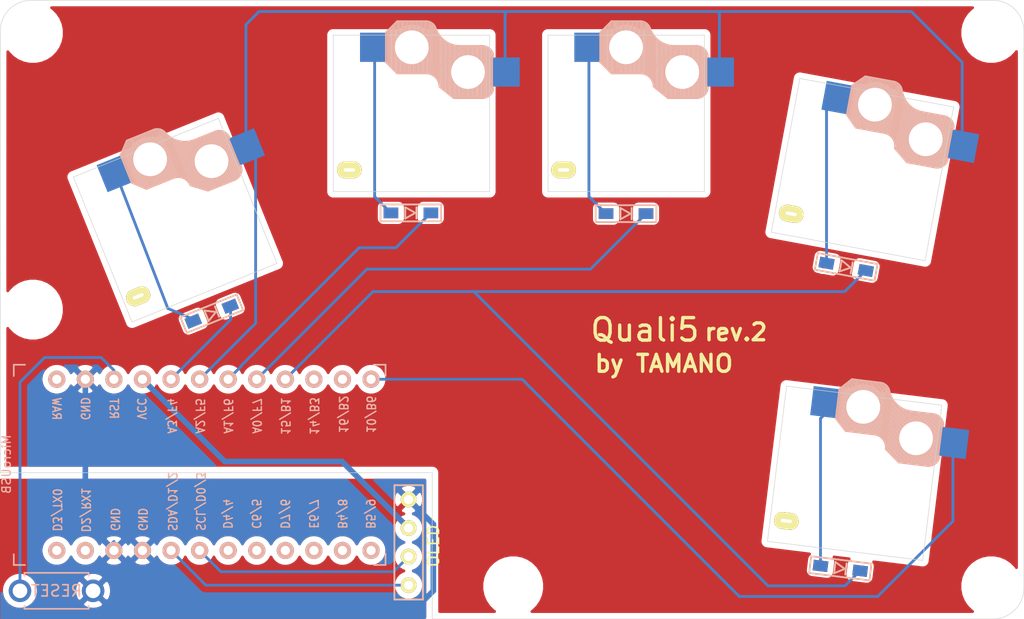
<source format=kicad_pcb>
(kicad_pcb (version 20171130) (host pcbnew "(5.1.9-0-10_14)")

  (general
    (thickness 1.6)
    (drawings 38)
    (tracks 85)
    (zones 0)
    (modules 18)
    (nets 17)
  )

  (page A4)
  (layers
    (0 F.Cu signal hide)
    (31 B.Cu signal hide)
    (32 B.Adhes user hide)
    (33 F.Adhes user hide)
    (34 B.Paste user hide)
    (35 F.Paste user hide)
    (36 B.SilkS user hide)
    (37 F.SilkS user hide)
    (38 B.Mask user hide)
    (39 F.Mask user hide)
    (40 Dwgs.User user hide)
    (41 Cmts.User user hide)
    (42 Eco1.User user hide)
    (43 Eco2.User user hide)
    (44 Edge.Cuts user)
    (45 Margin user hide)
    (46 B.CrtYd user hide)
    (47 F.CrtYd user hide)
    (48 B.Fab user hide)
    (49 F.Fab user hide)
  )

  (setup
    (last_trace_width 0.25)
    (trace_clearance 0.25)
    (zone_clearance 0.508)
    (zone_45_only no)
    (trace_min 0.2)
    (via_size 0.8)
    (via_drill 0.4)
    (via_min_size 0.4)
    (via_min_drill 0.3)
    (uvia_size 0.3)
    (uvia_drill 0.1)
    (uvias_allowed no)
    (uvia_min_size 0.2)
    (uvia_min_drill 0.1)
    (edge_width 0.05)
    (segment_width 0.2)
    (pcb_text_width 0.3)
    (pcb_text_size 1.5 1.5)
    (mod_edge_width 0.12)
    (mod_text_size 1 1)
    (mod_text_width 0.15)
    (pad_size 1.524 1.524)
    (pad_drill 0.762)
    (pad_to_mask_clearance 0)
    (aux_axis_origin 0 0)
    (grid_origin 114.91 139.09)
    (visible_elements FFFFFFFF)
    (pcbplotparams
      (layerselection 0x01000_7ffffffe)
      (usegerberextensions false)
      (usegerberattributes true)
      (usegerberadvancedattributes true)
      (creategerberjobfile true)
      (excludeedgelayer true)
      (linewidth 0.100000)
      (plotframeref false)
      (viasonmask false)
      (mode 1)
      (useauxorigin false)
      (hpglpennumber 1)
      (hpglpenspeed 20)
      (hpglpendiameter 15.000000)
      (psnegative false)
      (psa4output false)
      (plotreference true)
      (plotvalue true)
      (plotinvisibletext false)
      (padsonsilk false)
      (subtractmaskfromsilk false)
      (outputformat 5)
      (mirror false)
      (drillshape 0)
      (scaleselection 1)
      (outputdirectory "gerber/"))
  )

  (net 0 "")
  (net 1 "Net-(D1-Pad2)")
  (net 2 row0)
  (net 3 row1)
  (net 4 "Net-(D2-Pad2)")
  (net 5 "Net-(D3-Pad2)")
  (net 6 "Net-(D4-Pad2)")
  (net 7 "Net-(D5-Pad2)")
  (net 8 SDA)
  (net 9 SCL)
  (net 10 VCC)
  (net 11 GND)
  (net 12 RST)
  (net 13 col0)
  (net 14 col1)
  (net 15 row2)
  (net 16 row3)

  (net_class Default "This is the default net class."
    (clearance 0.25)
    (trace_width 0.25)
    (via_dia 0.8)
    (via_drill 0.4)
    (uvia_dia 0.3)
    (uvia_drill 0.1)
    (add_net "Net-(D1-Pad2)")
    (add_net "Net-(D2-Pad2)")
    (add_net "Net-(D3-Pad2)")
    (add_net "Net-(D4-Pad2)")
    (add_net "Net-(D5-Pad2)")
    (add_net RST)
    (add_net SCL)
    (add_net SDA)
    (add_net col0)
    (add_net col1)
    (add_net row0)
    (add_net row1)
    (add_net row2)
    (add_net row3)
  )

  (net_class 電源 ""
    (clearance 0.25)
    (trace_width 0.5)
    (via_dia 0.8)
    (via_drill 0.4)
    (uvia_dia 0.3)
    (uvia_drill 0.1)
    (add_net GND)
    (add_net VCC)
  )

  (module kbd:ChocV1_V2_Hotswap (layer F.Cu) (tedit 60090092) (tstamp 60B05E86)
    (at 92.44 104.695 202)
    (path /60AA4A69)
    (fp_text reference SW2 (at -6.85 -8.45 22) (layer F.SilkS) hide
      (effects (font (size 1 1) (thickness 0.15)))
    )
    (fp_text value SW_PUSH (at 4.95 -8.6 22) (layer F.Fab) hide
      (effects (font (size 1 1) (thickness 0.15)))
    )
    (fp_line (start -4.65 5.9) (end -4.65 1.4) (layer B.SilkS) (width 0.12))
    (fp_line (start -1.8 3.6) (end -4.65 5.9) (layer B.SilkS) (width 0.12))
    (fp_line (start -1.8 7.95) (end -1.8 3.6) (layer B.SilkS) (width 0.12))
    (fp_line (start 0.9 3.65) (end -1.8 7.95) (layer B.SilkS) (width 0.12))
    (fp_line (start 0.9 8.1) (end 0.9 3.65) (layer B.SilkS) (width 0.12))
    (fp_line (start -9.525 9.525) (end -9.525 -9.525) (layer Dwgs.User) (width 0.15))
    (fp_line (start 9.525 9.525) (end -9.525 9.525) (layer Dwgs.User) (width 0.15))
    (fp_line (start 9.525 -9.525) (end 9.525 9.525) (layer Dwgs.User) (width 0.15))
    (fp_line (start -9.525 -9.525) (end 9.525 -9.525) (layer Dwgs.User) (width 0.15))
    (fp_line (start 1.3 8.225) (end -1.3 8.225) (layer B.SilkS) (width 0.15))
    (fp_line (start 1.3 3.575) (end -1.275 3.575) (layer B.SilkS) (width 0.15))
    (fp_line (start -3.725 1.375) (end -6.275 1.375) (layer B.SilkS) (width 0.15))
    (fp_line (start -4.3 6.025) (end -6.275 6.025) (layer B.SilkS) (width 0.15))
    (fp_line (start 2.3 4.575) (end 2.3 7.225) (layer B.SilkS) (width 0.15))
    (fp_line (start -6 7) (end -7 7) (layer Dwgs.User) (width 0.15))
    (fp_line (start -7 7) (end -7 6) (layer Dwgs.User) (width 0.15))
    (fp_line (start 6 7) (end 7 7) (layer Dwgs.User) (width 0.15))
    (fp_line (start 7 7) (end 7 6) (layer Dwgs.User) (width 0.15))
    (fp_line (start -7 -6) (end -7 -7) (layer Dwgs.User) (width 0.15))
    (fp_line (start -7 -7) (end -6 -7) (layer Dwgs.User) (width 0.15))
    (fp_line (start 7 -6) (end 7 -7) (layer Dwgs.User) (width 0.15))
    (fp_line (start 7 -7) (end 6 -7) (layer Dwgs.User) (width 0.15))
    (fp_line (start 1.3 8.225) (end 2.325 7.2) (layer B.SilkS) (width 0.15))
    (fp_line (start 1.3 3.575) (end 2.325 4.6) (layer B.SilkS) (width 0.15))
    (fp_line (start -3.725 1.375) (end -2.45 2.4) (layer B.SilkS) (width 0.15))
    (fp_line (start -7.15 5.5) (end -7.15 1.9) (layer B.SilkS) (width 0.15))
    (fp_line (start -7 5.7) (end -7 1.7) (layer B.SilkS) (width 0.15))
    (fp_line (start -6.85 5.8) (end -6.85 1.6) (layer B.SilkS) (width 0.15))
    (fp_line (start -6.7 5.9) (end -6.7 1.5) (layer B.SilkS) (width 0.15))
    (fp_line (start -6.55 5.95) (end -6.55 1.45) (layer B.SilkS) (width 0.15))
    (fp_line (start -6.4 6) (end -6.4 1.45) (layer B.SilkS) (width 0.15))
    (fp_line (start -6.25 6) (end -6.25 1.4) (layer B.SilkS) (width 0.15))
    (fp_line (start -6.1 6) (end -6.1 1.4) (layer B.SilkS) (width 0.15))
    (fp_line (start -5.95 6) (end -5.95 1.4) (layer B.SilkS) (width 0.15))
    (fp_line (start -5.8 6) (end -5.8 1.4) (layer B.SilkS) (width 0.15))
    (fp_line (start -5.65 6) (end -5.65 1.4) (layer B.SilkS) (width 0.15))
    (fp_line (start -5.5 6) (end -5.5 1.4) (layer B.SilkS) (width 0.15))
    (fp_line (start -5.35 6) (end -5.35 1.4) (layer B.SilkS) (width 0.15))
    (fp_line (start -5.2 6) (end -5.2 1.4) (layer B.SilkS) (width 0.15))
    (fp_line (start -5.05 6) (end -5.05 1.4) (layer B.SilkS) (width 0.15))
    (fp_line (start -4.9 6) (end -4.9 1.4) (layer B.SilkS) (width 0.15))
    (fp_line (start -4.75 6) (end -4.75 1.4) (layer B.SilkS) (width 0.15))
    (fp_line (start -4.6 6) (end -4.6 1.4) (layer B.SilkS) (width 0.15))
    (fp_line (start -4.45 6) (end -4.45 1.4) (layer B.SilkS) (width 0.15))
    (fp_line (start -4.3 6) (end -4.3 1.4) (layer B.SilkS) (width 0.15))
    (fp_line (start -4.15 6) (end -4.15 1.45) (layer B.SilkS) (width 0.15))
    (fp_line (start -4 6.05) (end -4 1.4) (layer B.SilkS) (width 0.15))
    (fp_line (start -3.85 6.05) (end -3.85 1.4) (layer B.SilkS) (width 0.15))
    (fp_line (start -3.7 6.05) (end -3.7 1.45) (layer B.SilkS) (width 0.15))
    (fp_line (start -3.55 6.1) (end -3.55 1.55) (layer B.SilkS) (width 0.15))
    (fp_line (start -3.4 6.2) (end -3.4 1.65) (layer B.SilkS) (width 0.15))
    (fp_line (start -3.25 6.25) (end -3.25 1.8) (layer B.SilkS) (width 0.15))
    (fp_line (start -3.1 6.35) (end -3.1 1.9) (layer B.SilkS) (width 0.15))
    (fp_line (start -2.95 6.45) (end -2.95 2.05) (layer B.SilkS) (width 0.15))
    (fp_line (start -2.8 6.55) (end -2.8 2.15) (layer B.SilkS) (width 0.15))
    (fp_line (start -2.65 6.7) (end -2.65 2.25) (layer B.SilkS) (width 0.15))
    (fp_line (start -2.5 6.85) (end -2.5 2.4) (layer B.SilkS) (width 0.15))
    (fp_line (start -2.4 7.05) (end -2.4 2.9) (layer B.SilkS) (width 0.15))
    (fp_line (start -2.3 7.2) (end -2.3 3.05) (layer B.SilkS) (width 0.15))
    (fp_line (start -2.2 7.4) (end -2.2 3.25) (layer B.SilkS) (width 0.15))
    (fp_line (start -2.1 7.55) (end -2.1 3.35) (layer B.SilkS) (width 0.15))
    (fp_line (start -2 7.8) (end -2 3.4) (layer B.SilkS) (width 0.15))
    (fp_line (start -1.9 7.95) (end -1.9 3.45) (layer B.SilkS) (width 0.15))
    (fp_line (start -1.75 8.05) (end -1.75 3.5) (layer B.SilkS) (width 0.15))
    (fp_line (start -1.6 8.15) (end -1.6 3.6) (layer B.SilkS) (width 0.15))
    (fp_line (start -1.45 8.2) (end -1.45 3.6) (layer B.SilkS) (width 0.15))
    (fp_line (start -1.3 8.2) (end -1.3 3.6) (layer B.SilkS) (width 0.15))
    (fp_line (start -1.15 8.2) (end -1.15 3.65) (layer B.SilkS) (width 0.15))
    (fp_line (start -1 8.2) (end -1 3.6) (layer B.SilkS) (width 0.15))
    (fp_line (start -0.85 8.2) (end -0.85 3.6) (layer B.SilkS) (width 0.15))
    (fp_line (start -0.7 8.2) (end -0.7 3.6) (layer B.SilkS) (width 0.15))
    (fp_line (start -0.55 8.2) (end -0.55 3.6) (layer B.SilkS) (width 0.15))
    (fp_line (start -0.4 8.2) (end -0.4 3.6) (layer B.SilkS) (width 0.15))
    (fp_line (start -0.25 8.2) (end -0.25 3.6) (layer B.SilkS) (width 0.15))
    (fp_line (start -0.1 8.2) (end -0.1 3.6) (layer B.SilkS) (width 0.15))
    (fp_line (start 0.05 8.2) (end 0.05 3.6) (layer B.SilkS) (width 0.15))
    (fp_line (start 0.2 8.2) (end 0.2 3.6) (layer B.SilkS) (width 0.15))
    (fp_line (start 0.35 8.2) (end 0.35 3.6) (layer B.SilkS) (width 0.15))
    (fp_line (start 0.5 8.2) (end 0.5 3.6) (layer B.SilkS) (width 0.15))
    (fp_line (start 0.65 8.2) (end 0.65 3.6) (layer B.SilkS) (width 0.15))
    (fp_line (start 0.8 8.2) (end 0.8 3.6) (layer B.SilkS) (width 0.15))
    (fp_line (start 0.95 8.2) (end 0.95 3.6) (layer B.SilkS) (width 0.15))
    (fp_line (start 1.1 8.2) (end 1.1 3.6) (layer B.SilkS) (width 0.15))
    (fp_line (start 1.25 8.2) (end 1.25 3.6) (layer B.SilkS) (width 0.15))
    (fp_line (start 1.4 8.1) (end 1.4 3.7) (layer B.SilkS) (width 0.15))
    (fp_line (start 1.55 7.95) (end 1.55 3.85) (layer B.SilkS) (width 0.15))
    (fp_line (start 1.7 7.8) (end 1.7 4) (layer B.SilkS) (width 0.15))
    (fp_line (start 1.85 7.65) (end 1.85 4.15) (layer B.SilkS) (width 0.15))
    (fp_line (start 1.95 7.55) (end 1.95 4.25) (layer B.SilkS) (width 0.15))
    (fp_line (start 2.05 7.45) (end 2.05 4.35) (layer B.SilkS) (width 0.15))
    (fp_line (start 2.15 7.35) (end 2.15 4.45) (layer B.SilkS) (width 0.15))
    (fp_arc (start -1.275 2.4) (end -1.275 3.575) (angle 90) (layer B.SilkS) (width 0.15))
    (fp_arc (start -4.3 8.3) (end -4.3 6.025) (angle 70) (layer B.SilkS) (width 0.15))
    (fp_arc (start -6.275 2.375) (end -7.275 2.375) (angle 90) (layer B.SilkS) (width 0.15))
    (fp_arc (start -6.275 5.025) (end -7.275 5.025) (angle -90) (layer B.SilkS) (width 0.15))
    (fp_arc (start -1.262199 7.296904) (end -2.162199 7.521904) (angle -73.56696737) (layer B.SilkS) (width 0.15))
    (pad "" np_thru_hole circle (at 5.5 0 292) (size 1.9 1.9) (drill 1.9) (layers *.Cu))
    (pad "" np_thru_hole circle (at -5.5 0 292) (size 1.9 1.9) (drill 1.9) (layers *.Cu))
    (pad "" np_thru_hole circle (at 0 0 292) (size 5 5) (drill 5) (layers *.Cu))
    (pad "" np_thru_hole circle (at 0 5.9 292) (size 3 3) (drill 3) (layers *.Cu *.Mask))
    (pad "" np_thru_hole circle (at -5 3.7 292) (size 3 3) (drill 3) (layers *.Cu *.Mask))
    (pad 2 smd rect (at 3.3 5.9 22) (size 2.6 2.6) (layers B.Cu B.Paste B.Mask)
      (net 1 "Net-(D1-Pad2)"))
    (pad 1 smd rect (at -8.3 3.7 22) (size 2.6 2.6) (layers B.Cu B.Paste B.Mask)
      (net 13 col0))
    (pad "" thru_hole oval (at 5.55 -5 22) (size 2.2 1.5) (drill oval 1 0.3) (layers *.Cu F.SilkS B.Mask))
  )

  (module kbd:M2_HOLE_v2 (layer F.Cu) (tedit 5F7666A4) (tstamp 60D20630)
    (at 79.81 112.59)
    (descr "Mounting Hole 2.2mm, no annular, M2")
    (tags "mounting hole 2.2mm no annular m2")
    (attr virtual)
    (fp_text reference Ref** (at -0.95 -0.55) (layer F.Fab) hide
      (effects (font (size 1 1) (thickness 0.15)))
    )
    (fp_text value Val** (at 0 0.55) (layer F.Fab) hide
      (effects (font (size 1 1) (thickness 0.15)))
    )
    (pad "" np_thru_hole circle (at 0 0) (size 4.3 4.3) (drill 4.3) (layers *.Cu *.Mask))
  )

  (module kbd:M2_HOLE_v2 (layer F.Cu) (tedit 5F7666A4) (tstamp 60D2060F)
    (at 122.51 137.19)
    (descr "Mounting Hole 2.2mm, no annular, M2")
    (tags "mounting hole 2.2mm no annular m2")
    (attr virtual)
    (fp_text reference Ref** (at -0.95 -0.55) (layer F.Fab) hide
      (effects (font (size 1 1) (thickness 0.15)))
    )
    (fp_text value Val** (at 0 0.55) (layer F.Fab) hide
      (effects (font (size 1 1) (thickness 0.15)))
    )
    (pad "" np_thru_hole circle (at 0 0) (size 4.3 4.3) (drill 4.3) (layers *.Cu *.Mask))
  )

  (module kbd:M2_HOLE_v2 (layer F.Cu) (tedit 5F7666A4) (tstamp 60D205EE)
    (at 165.01 137.19)
    (descr "Mounting Hole 2.2mm, no annular, M2")
    (tags "mounting hole 2.2mm no annular m2")
    (attr virtual)
    (fp_text reference Ref** (at -0.95 -0.55) (layer F.Fab) hide
      (effects (font (size 1 1) (thickness 0.15)))
    )
    (fp_text value Val** (at 0 0.55) (layer F.Fab) hide
      (effects (font (size 1 1) (thickness 0.15)))
    )
    (pad "" np_thru_hole circle (at 0 0) (size 4.3 4.3) (drill 4.3) (layers *.Cu *.Mask))
  )

  (module kbd:M2_HOLE_v2 (layer F.Cu) (tedit 5F7666A4) (tstamp 60D205CD)
    (at 165.01 87.99)
    (descr "Mounting Hole 2.2mm, no annular, M2")
    (tags "mounting hole 2.2mm no annular m2")
    (attr virtual)
    (fp_text reference Ref** (at -0.95 -0.55) (layer F.Fab) hide
      (effects (font (size 1 1) (thickness 0.15)))
    )
    (fp_text value Val** (at 0 0.55) (layer F.Fab) hide
      (effects (font (size 1 1) (thickness 0.15)))
    )
    (pad "" np_thru_hole circle (at 0 0) (size 4.3 4.3) (drill 4.3) (layers *.Cu *.Mask))
  )

  (module kbd:M2_HOLE_v2 (layer F.Cu) (tedit 5F7666A4) (tstamp 60D205AC)
    (at 79.81 87.99)
    (descr "Mounting Hole 2.2mm, no annular, M2")
    (tags "mounting hole 2.2mm no annular m2")
    (attr virtual)
    (fp_text reference Ref** (at -0.95 -0.55) (layer F.Fab) hide
      (effects (font (size 1 1) (thickness 0.15)))
    )
    (fp_text value Val** (at 0 0.55) (layer F.Fab) hide
      (effects (font (size 1 1) (thickness 0.15)))
    )
    (pad "" np_thru_hole circle (at 0 0) (size 4.3 4.3) (drill 4.3) (layers *.Cu *.Mask))
  )

  (module kbd:ChocV1_V2_Hotswap (layer F.Cu) (tedit 60090092) (tstamp 60B05F5E)
    (at 132.54 95.17 180)
    (path /60AA5B4D)
    (fp_text reference SW4 (at -6.85 -8.45) (layer F.SilkS) hide
      (effects (font (size 1 1) (thickness 0.15)))
    )
    (fp_text value SW_PUSH (at 4.95 -8.6) (layer F.Fab) hide
      (effects (font (size 1 1) (thickness 0.15)))
    )
    (fp_line (start -4.65 5.9) (end -4.65 1.4) (layer B.SilkS) (width 0.12))
    (fp_line (start -1.8 3.6) (end -4.65 5.9) (layer B.SilkS) (width 0.12))
    (fp_line (start -1.8 7.95) (end -1.8 3.6) (layer B.SilkS) (width 0.12))
    (fp_line (start 0.9 3.65) (end -1.8 7.95) (layer B.SilkS) (width 0.12))
    (fp_line (start 0.9 8.1) (end 0.9 3.65) (layer B.SilkS) (width 0.12))
    (fp_line (start -9.525 9.525) (end -9.525 -9.525) (layer Dwgs.User) (width 0.15))
    (fp_line (start 9.525 9.525) (end -9.525 9.525) (layer Dwgs.User) (width 0.15))
    (fp_line (start 9.525 -9.525) (end 9.525 9.525) (layer Dwgs.User) (width 0.15))
    (fp_line (start -9.525 -9.525) (end 9.525 -9.525) (layer Dwgs.User) (width 0.15))
    (fp_line (start 1.3 8.225) (end -1.3 8.225) (layer B.SilkS) (width 0.15))
    (fp_line (start 1.3 3.575) (end -1.275 3.575) (layer B.SilkS) (width 0.15))
    (fp_line (start -3.725 1.375) (end -6.275 1.375) (layer B.SilkS) (width 0.15))
    (fp_line (start -4.3 6.025) (end -6.275 6.025) (layer B.SilkS) (width 0.15))
    (fp_line (start 2.3 4.575) (end 2.3 7.225) (layer B.SilkS) (width 0.15))
    (fp_line (start -6 7) (end -7 7) (layer Dwgs.User) (width 0.15))
    (fp_line (start -7 7) (end -7 6) (layer Dwgs.User) (width 0.15))
    (fp_line (start 6 7) (end 7 7) (layer Dwgs.User) (width 0.15))
    (fp_line (start 7 7) (end 7 6) (layer Dwgs.User) (width 0.15))
    (fp_line (start -7 -6) (end -7 -7) (layer Dwgs.User) (width 0.15))
    (fp_line (start -7 -7) (end -6 -7) (layer Dwgs.User) (width 0.15))
    (fp_line (start 7 -6) (end 7 -7) (layer Dwgs.User) (width 0.15))
    (fp_line (start 7 -7) (end 6 -7) (layer Dwgs.User) (width 0.15))
    (fp_line (start 1.3 8.225) (end 2.325 7.2) (layer B.SilkS) (width 0.15))
    (fp_line (start 1.3 3.575) (end 2.325 4.6) (layer B.SilkS) (width 0.15))
    (fp_line (start -3.725 1.375) (end -2.45 2.4) (layer B.SilkS) (width 0.15))
    (fp_line (start -7.15 5.5) (end -7.15 1.9) (layer B.SilkS) (width 0.15))
    (fp_line (start -7 5.7) (end -7 1.7) (layer B.SilkS) (width 0.15))
    (fp_line (start -6.85 5.8) (end -6.85 1.6) (layer B.SilkS) (width 0.15))
    (fp_line (start -6.7 5.9) (end -6.7 1.5) (layer B.SilkS) (width 0.15))
    (fp_line (start -6.55 5.95) (end -6.55 1.45) (layer B.SilkS) (width 0.15))
    (fp_line (start -6.4 6) (end -6.4 1.45) (layer B.SilkS) (width 0.15))
    (fp_line (start -6.25 6) (end -6.25 1.4) (layer B.SilkS) (width 0.15))
    (fp_line (start -6.1 6) (end -6.1 1.4) (layer B.SilkS) (width 0.15))
    (fp_line (start -5.95 6) (end -5.95 1.4) (layer B.SilkS) (width 0.15))
    (fp_line (start -5.8 6) (end -5.8 1.4) (layer B.SilkS) (width 0.15))
    (fp_line (start -5.65 6) (end -5.65 1.4) (layer B.SilkS) (width 0.15))
    (fp_line (start -5.5 6) (end -5.5 1.4) (layer B.SilkS) (width 0.15))
    (fp_line (start -5.35 6) (end -5.35 1.4) (layer B.SilkS) (width 0.15))
    (fp_line (start -5.2 6) (end -5.2 1.4) (layer B.SilkS) (width 0.15))
    (fp_line (start -5.05 6) (end -5.05 1.4) (layer B.SilkS) (width 0.15))
    (fp_line (start -4.9 6) (end -4.9 1.4) (layer B.SilkS) (width 0.15))
    (fp_line (start -4.75 6) (end -4.75 1.4) (layer B.SilkS) (width 0.15))
    (fp_line (start -4.6 6) (end -4.6 1.4) (layer B.SilkS) (width 0.15))
    (fp_line (start -4.45 6) (end -4.45 1.4) (layer B.SilkS) (width 0.15))
    (fp_line (start -4.3 6) (end -4.3 1.4) (layer B.SilkS) (width 0.15))
    (fp_line (start -4.15 6) (end -4.15 1.45) (layer B.SilkS) (width 0.15))
    (fp_line (start -4 6.05) (end -4 1.4) (layer B.SilkS) (width 0.15))
    (fp_line (start -3.85 6.05) (end -3.85 1.4) (layer B.SilkS) (width 0.15))
    (fp_line (start -3.7 6.05) (end -3.7 1.45) (layer B.SilkS) (width 0.15))
    (fp_line (start -3.55 6.1) (end -3.55 1.55) (layer B.SilkS) (width 0.15))
    (fp_line (start -3.4 6.2) (end -3.4 1.65) (layer B.SilkS) (width 0.15))
    (fp_line (start -3.25 6.25) (end -3.25 1.8) (layer B.SilkS) (width 0.15))
    (fp_line (start -3.1 6.35) (end -3.1 1.9) (layer B.SilkS) (width 0.15))
    (fp_line (start -2.95 6.45) (end -2.95 2.05) (layer B.SilkS) (width 0.15))
    (fp_line (start -2.8 6.55) (end -2.8 2.15) (layer B.SilkS) (width 0.15))
    (fp_line (start -2.65 6.7) (end -2.65 2.25) (layer B.SilkS) (width 0.15))
    (fp_line (start -2.5 6.85) (end -2.5 2.4) (layer B.SilkS) (width 0.15))
    (fp_line (start -2.4 7.05) (end -2.4 2.9) (layer B.SilkS) (width 0.15))
    (fp_line (start -2.3 7.2) (end -2.3 3.05) (layer B.SilkS) (width 0.15))
    (fp_line (start -2.2 7.4) (end -2.2 3.25) (layer B.SilkS) (width 0.15))
    (fp_line (start -2.1 7.55) (end -2.1 3.35) (layer B.SilkS) (width 0.15))
    (fp_line (start -2 7.8) (end -2 3.4) (layer B.SilkS) (width 0.15))
    (fp_line (start -1.9 7.95) (end -1.9 3.45) (layer B.SilkS) (width 0.15))
    (fp_line (start -1.75 8.05) (end -1.75 3.5) (layer B.SilkS) (width 0.15))
    (fp_line (start -1.6 8.15) (end -1.6 3.6) (layer B.SilkS) (width 0.15))
    (fp_line (start -1.45 8.2) (end -1.45 3.6) (layer B.SilkS) (width 0.15))
    (fp_line (start -1.3 8.2) (end -1.3 3.6) (layer B.SilkS) (width 0.15))
    (fp_line (start -1.15 8.2) (end -1.15 3.65) (layer B.SilkS) (width 0.15))
    (fp_line (start -1 8.2) (end -1 3.6) (layer B.SilkS) (width 0.15))
    (fp_line (start -0.85 8.2) (end -0.85 3.6) (layer B.SilkS) (width 0.15))
    (fp_line (start -0.7 8.2) (end -0.7 3.6) (layer B.SilkS) (width 0.15))
    (fp_line (start -0.55 8.2) (end -0.55 3.6) (layer B.SilkS) (width 0.15))
    (fp_line (start -0.4 8.2) (end -0.4 3.6) (layer B.SilkS) (width 0.15))
    (fp_line (start -0.25 8.2) (end -0.25 3.6) (layer B.SilkS) (width 0.15))
    (fp_line (start -0.1 8.2) (end -0.1 3.6) (layer B.SilkS) (width 0.15))
    (fp_line (start 0.05 8.2) (end 0.05 3.6) (layer B.SilkS) (width 0.15))
    (fp_line (start 0.2 8.2) (end 0.2 3.6) (layer B.SilkS) (width 0.15))
    (fp_line (start 0.35 8.2) (end 0.35 3.6) (layer B.SilkS) (width 0.15))
    (fp_line (start 0.5 8.2) (end 0.5 3.6) (layer B.SilkS) (width 0.15))
    (fp_line (start 0.65 8.2) (end 0.65 3.6) (layer B.SilkS) (width 0.15))
    (fp_line (start 0.8 8.2) (end 0.8 3.6) (layer B.SilkS) (width 0.15))
    (fp_line (start 0.95 8.2) (end 0.95 3.6) (layer B.SilkS) (width 0.15))
    (fp_line (start 1.1 8.2) (end 1.1 3.6) (layer B.SilkS) (width 0.15))
    (fp_line (start 1.25 8.2) (end 1.25 3.6) (layer B.SilkS) (width 0.15))
    (fp_line (start 1.4 8.1) (end 1.4 3.7) (layer B.SilkS) (width 0.15))
    (fp_line (start 1.55 7.95) (end 1.55 3.85) (layer B.SilkS) (width 0.15))
    (fp_line (start 1.7 7.8) (end 1.7 4) (layer B.SilkS) (width 0.15))
    (fp_line (start 1.85 7.65) (end 1.85 4.15) (layer B.SilkS) (width 0.15))
    (fp_line (start 1.95 7.55) (end 1.95 4.25) (layer B.SilkS) (width 0.15))
    (fp_line (start 2.05 7.45) (end 2.05 4.35) (layer B.SilkS) (width 0.15))
    (fp_line (start 2.15 7.35) (end 2.15 4.45) (layer B.SilkS) (width 0.15))
    (fp_arc (start -1.275 2.4) (end -1.275 3.575) (angle 90) (layer B.SilkS) (width 0.15))
    (fp_arc (start -4.3 8.3) (end -4.3 6.025) (angle 70) (layer B.SilkS) (width 0.15))
    (fp_arc (start -6.275 2.375) (end -7.275 2.375) (angle 90) (layer B.SilkS) (width 0.15))
    (fp_arc (start -6.275 5.025) (end -7.275 5.025) (angle -90) (layer B.SilkS) (width 0.15))
    (fp_arc (start -1.262199 7.296904) (end -2.162199 7.521904) (angle -73.56696737) (layer B.SilkS) (width 0.15))
    (pad "" np_thru_hole circle (at 5.5 0 270) (size 1.9 1.9) (drill 1.9) (layers *.Cu))
    (pad "" np_thru_hole circle (at -5.5 0 270) (size 1.9 1.9) (drill 1.9) (layers *.Cu))
    (pad "" np_thru_hole circle (at 0 0 270) (size 5 5) (drill 5) (layers *.Cu))
    (pad "" np_thru_hole circle (at 0 5.9 270) (size 3 3) (drill 3) (layers *.Cu *.Mask))
    (pad "" np_thru_hole circle (at -5 3.7 270) (size 3 3) (drill 3) (layers *.Cu *.Mask))
    (pad 2 smd rect (at 3.3 5.9) (size 2.6 2.6) (layers B.Cu B.Paste B.Mask)
      (net 5 "Net-(D3-Pad2)"))
    (pad 1 smd rect (at -8.3 3.7) (size 2.6 2.6) (layers B.Cu B.Paste B.Mask)
      (net 13 col0))
    (pad "" thru_hole oval (at 5.55 -5) (size 2.2 1.5) (drill oval 1 0.3) (layers *.Cu F.SilkS B.Mask))
  )

  (module kbd:ProMicro_v3.5 (layer B.Cu) (tedit 5CC05BC0) (tstamp 60B06088)
    (at 96.41 126.39 270)
    (path /60AA1DB7)
    (fp_text reference U1 (at 0 5 180) (layer B.SilkS) hide
      (effects (font (size 1 1) (thickness 0.15)) (justify mirror))
    )
    (fp_text value ProMicro (at -0.1 -0.05) (layer B.Fab) hide
      (effects (font (size 1 1) (thickness 0.15)) (justify mirror))
    )
    (fp_line (start 8.9 -14.75) (end 7.89 -14.75) (layer B.SilkS) (width 0.15))
    (fp_line (start -8.9 -14.75) (end -7.9 -14.75) (layer B.SilkS) (width 0.15))
    (fp_line (start 8.9 -13.75) (end 8.9 -14.75) (layer B.SilkS) (width 0.15))
    (fp_line (start -8.9 -13.7) (end -8.9 -14.75) (layer B.SilkS) (width 0.15))
    (fp_line (start 8.9 18.3) (end 7.95 18.3) (layer B.SilkS) (width 0.15))
    (fp_line (start -8.9 18.3) (end -7.9 18.3) (layer B.SilkS) (width 0.15))
    (fp_line (start 8.9 18.3) (end 8.9 17.3) (layer B.SilkS) (width 0.15))
    (fp_line (start -8.9 18.3) (end -8.9 17.3) (layer B.SilkS) (width 0.15))
    (fp_line (start -8.9 -14.75) (end -8.9 18.3) (layer B.Fab) (width 0.15))
    (fp_line (start 8.9 -14.75) (end -8.9 -14.75) (layer B.Fab) (width 0.15))
    (fp_line (start 8.9 18.3) (end 8.9 -14.75) (layer B.Fab) (width 0.15))
    (fp_line (start -8.9 18.3) (end -3.75 18.3) (layer B.Fab) (width 0.15))
    (fp_line (start -3.75 19.6) (end 3.75 19.6) (layer B.Fab) (width 0.15))
    (fp_line (start 3.75 19.6) (end 3.75 18.3) (layer B.Fab) (width 0.15))
    (fp_line (start -3.75 19.6) (end -3.75 18.299039) (layer B.Fab) (width 0.15))
    (fp_line (start -3.75 18.3) (end 3.75 18.3) (layer B.Fab) (width 0.15))
    (fp_line (start 3.76 18.3) (end 8.9 18.3) (layer B.Fab) (width 0.15))
    (fp_line (start -3.75 21.2) (end -3.75 19.9) (layer B.SilkS) (width 0.15))
    (fp_line (start -3.75 19.9) (end 3.75 19.9) (layer B.SilkS) (width 0.15))
    (fp_line (start 3.75 19.9) (end 3.75 21.2) (layer B.SilkS) (width 0.15))
    (fp_line (start 3.75 21.2) (end -3.75 21.2) (layer B.SilkS) (width 0.15))
    (fp_line (start -0.5 20.85) (end 0.5 20.85) (layer B.SilkS) (width 0.15))
    (fp_line (start 0.5 20.85) (end 0 20.2) (layer B.SilkS) (width 0.15))
    (fp_line (start 0 20.2) (end -0.5 20.85) (layer B.SilkS) (width 0.15))
    (fp_line (start -0.35 20.7) (end 0.35 20.7) (layer B.SilkS) (width 0.15))
    (fp_line (start -0.25 20.55) (end 0.25 20.55) (layer B.SilkS) (width 0.15))
    (fp_line (start -0.15 20.4) (end 0.15 20.4) (layer B.SilkS) (width 0.15))
    (fp_text user MicroUSB (at -0.05 18.95 270) (layer B.SilkS)
      (effects (font (size 0.75 0.75) (thickness 0.12)) (justify mirror))
    )
    (fp_text user B4/8 (at 4.355 -10.9 270 unlocked) (layer B.SilkS)
      (effects (font (size 0.75 0.67) (thickness 0.125)) (justify mirror))
    )
    (fp_text user D2/RX1 (at 4.005 11.9 270 unlocked) (layer B.SilkS)
      (effects (font (size 0.75 0.67) (thickness 0.125)) (justify mirror))
    )
    (fp_text user B5/9 (at 4.355 -13.4 270 unlocked) (layer B.SilkS)
      (effects (font (size 0.75 0.67) (thickness 0.125)) (justify mirror))
    )
    (fp_text user C6/5 (at 4.355 -3.25 270 unlocked) (layer B.SilkS)
      (effects (font (size 0.75 0.67) (thickness 0.125)) (justify mirror))
    )
    (fp_text user SCL/D0/3 (at 3.255 1.7 270 unlocked) (layer B.SilkS)
      (effects (font (size 0.75 0.67) (thickness 0.125)) (justify mirror))
    )
    (fp_text user SDA/D1/2 (at 3.255 4.2 270 unlocked) (layer B.SilkS)
      (effects (font (size 0.75 0.67) (thickness 0.125)) (justify mirror))
    )
    (fp_text user D4/4 (at 4.355 -0.7 270 unlocked) (layer B.SilkS)
      (effects (font (size 0.75 0.67) (thickness 0.125)) (justify mirror))
    )
    (fp_text user D3/TX0 (at 4.005 14.45 270 unlocked) (layer B.SilkS)
      (effects (font (size 0.75 0.67) (thickness 0.125)) (justify mirror))
    )
    (fp_text user GND (at 4.855 6.85 270 unlocked) (layer B.SilkS)
      (effects (font (size 0.75 0.67) (thickness 0.125)) (justify mirror))
    )
    (fp_text user GND (at 4.855 9.3 270 unlocked) (layer B.SilkS)
      (effects (font (size 0.75 0.67) (thickness 0.125)) (justify mirror))
    )
    (fp_text user D7/6 (at 4.355 -5.8 270 unlocked) (layer B.SilkS)
      (effects (font (size 0.75 0.67) (thickness 0.125)) (justify mirror))
    )
    (fp_text user E6/7 (at 4.355 -8.35 270 unlocked) (layer B.SilkS)
      (effects (font (size 0.75 0.67) (thickness 0.125)) (justify mirror))
    )
    (fp_text user 16/B2 (at -4.5 -11 270 unlocked) (layer B.SilkS)
      (effects (font (size 0.75 0.67) (thickness 0.125)) (justify mirror))
    )
    (fp_text user 10/B6 (at -4.5 -13.45 270 unlocked) (layer B.SilkS)
      (effects (font (size 0.75 0.67) (thickness 0.125)) (justify mirror))
    )
    (fp_text user 14/B3 (at -4.345 -8.4 270 unlocked) (layer B.SilkS)
      (effects (font (size 0.75 0.67) (thickness 0.125)) (justify mirror))
    )
    (fp_text user 15/B1 (at -4.345 -5.85 270 unlocked) (layer B.SilkS)
      (effects (font (size 0.75 0.67) (thickness 0.125)) (justify mirror))
    )
    (fp_text user A0/F7 (at -4.345 -3.3 270 unlocked) (layer B.SilkS)
      (effects (font (size 0.75 0.67) (thickness 0.125)) (justify mirror))
    )
    (fp_text user A1/F6 (at -4.345 -0.75 270 unlocked) (layer B.SilkS)
      (effects (font (size 0.75 0.67) (thickness 0.125)) (justify mirror))
    )
    (fp_text user A2/F5 (at -4.345 1.75 270 unlocked) (layer B.SilkS)
      (effects (font (size 0.75 0.67) (thickness 0.125)) (justify mirror))
    )
    (fp_text user A3/F4 (at -4.345 4.25 270 unlocked) (layer B.SilkS)
      (effects (font (size 0.75 0.67) (thickness 0.125)) (justify mirror))
    )
    (fp_text user VCC (at -4.995 6.95 270 unlocked) (layer B.SilkS)
      (effects (font (size 0.75 0.67) (thickness 0.125)) (justify mirror))
    )
    (fp_text user RST (at -4.995 9.4 270 unlocked) (layer B.SilkS)
      (effects (font (size 0.75 0.67) (thickness 0.125)) (justify mirror))
    )
    (fp_text user GND (at -4.995 11.95 270 unlocked) (layer B.SilkS)
      (effects (font (size 0.75 0.67) (thickness 0.125)) (justify mirror))
    )
    (fp_text user RAW (at -4.995 14.5 270 unlocked) (layer B.SilkS)
      (effects (font (size 0.75 0.67) (thickness 0.125)) (justify mirror))
    )
    (pad 1 thru_hole circle (at 7.6114 14.478 270) (size 1.524 1.524) (drill 0.8128) (layers *.Cu B.SilkS F.Mask))
    (pad 2 thru_hole circle (at 7.6114 11.938 270) (size 1.524 1.524) (drill 0.8128) (layers *.Cu B.SilkS F.Mask))
    (pad 3 thru_hole circle (at 7.6114 9.398 270) (size 1.524 1.524) (drill 0.8128) (layers *.Cu B.SilkS F.Mask)
      (net 11 GND))
    (pad 4 thru_hole circle (at 7.6114 6.858 270) (size 1.524 1.524) (drill 0.8128) (layers *.Cu B.SilkS F.Mask)
      (net 11 GND))
    (pad 5 thru_hole circle (at 7.6114 4.318 270) (size 1.524 1.524) (drill 0.8128) (layers *.Cu B.SilkS F.Mask)
      (net 8 SDA))
    (pad 6 thru_hole circle (at 7.6114 1.778 270) (size 1.524 1.524) (drill 0.8128) (layers *.Cu B.SilkS F.Mask)
      (net 9 SCL))
    (pad 7 thru_hole circle (at 7.6114 -0.762 270) (size 1.524 1.524) (drill 0.8128) (layers *.Cu B.SilkS F.Mask))
    (pad 8 thru_hole circle (at 7.6114 -3.302 270) (size 1.524 1.524) (drill 0.8128) (layers *.Cu B.SilkS F.Mask))
    (pad 9 thru_hole circle (at 7.6114 -5.842 270) (size 1.524 1.524) (drill 0.8128) (layers *.Cu B.SilkS F.Mask))
    (pad 10 thru_hole circle (at 7.6114 -8.382 270) (size 1.524 1.524) (drill 0.8128) (layers *.Cu B.SilkS F.Mask))
    (pad 11 thru_hole circle (at 7.6114 -10.922 270) (size 1.524 1.524) (drill 0.8128) (layers *.Cu B.SilkS F.Mask))
    (pad 12 thru_hole circle (at 7.6114 -13.462 270) (size 1.524 1.524) (drill 0.8128) (layers *.Cu B.SilkS F.Mask))
    (pad 13 thru_hole circle (at -7.6086 -13.462 270) (size 1.524 1.524) (drill 0.8128) (layers *.Cu B.SilkS F.Mask)
      (net 14 col1))
    (pad 14 thru_hole circle (at -7.6086 -10.922 270) (size 1.524 1.524) (drill 0.8128) (layers *.Cu B.SilkS F.Mask))
    (pad 15 thru_hole circle (at -7.6086 -8.382 270) (size 1.524 1.524) (drill 0.8128) (layers *.Cu B.SilkS F.Mask))
    (pad 16 thru_hole circle (at -7.6086 -5.842 270) (size 1.524 1.524) (drill 0.8128) (layers *.Cu B.SilkS F.Mask)
      (net 16 row3))
    (pad 17 thru_hole circle (at -7.6086 -3.302 270) (size 1.524 1.524) (drill 0.8128) (layers *.Cu B.SilkS F.Mask)
      (net 15 row2))
    (pad 18 thru_hole circle (at -7.6086 -0.762 270) (size 1.524 1.524) (drill 0.8128) (layers *.Cu B.SilkS F.Mask)
      (net 3 row1))
    (pad 19 thru_hole circle (at -7.6086 1.778 270) (size 1.524 1.524) (drill 0.8128) (layers *.Cu B.SilkS F.Mask)
      (net 13 col0))
    (pad 20 thru_hole circle (at -7.6086 4.318 270) (size 1.524 1.524) (drill 0.8128) (layers *.Cu B.SilkS F.Mask)
      (net 2 row0))
    (pad 21 thru_hole circle (at -7.6086 6.858 270) (size 1.524 1.524) (drill 0.8128) (layers *.Cu B.SilkS F.Mask)
      (net 10 VCC))
    (pad 22 thru_hole circle (at -7.6086 9.398 270) (size 1.524 1.524) (drill 0.8128) (layers *.Cu B.SilkS F.Mask)
      (net 12 RST))
    (pad 23 thru_hole circle (at -7.6086 11.938 270) (size 1.524 1.524) (drill 0.8128) (layers *.Cu B.SilkS F.Mask)
      (net 11 GND))
    (pad 24 thru_hole circle (at -7.6086 14.478 270) (size 1.524 1.524) (drill 0.8128) (layers *.Cu B.SilkS F.Mask))
  )

  (module kbd:D3_SMD (layer B.Cu) (tedit 5B7FD6E5) (tstamp 60B05DFB)
    (at 151.59 135.59 173)
    (descr "Resitance 3 pas")
    (tags R)
    (path /60AAF5F7)
    (autoplace_cost180 10)
    (fp_text reference D5 (at 0.5 0 353) (layer B.Fab) hide
      (effects (font (size 0.5 0.5) (thickness 0.125)) (justify mirror))
    )
    (fp_text value D_Small (at -0.6 0 353) (layer B.Fab) hide
      (effects (font (size 0.5 0.5) (thickness 0.125)) (justify mirror))
    )
    (fp_line (start -0.5 0.5) (end -0.5 -0.5) (layer B.SilkS) (width 0.15))
    (fp_line (start -0.4 0) (end 0.5 0.5) (layer B.SilkS) (width 0.15))
    (fp_line (start 0.5 -0.5) (end -0.4 0) (layer B.SilkS) (width 0.15))
    (fp_line (start 0.5 0.5) (end 0.5 -0.5) (layer B.SilkS) (width 0.15))
    (fp_line (start -0.5 0.5) (end -0.5 -0.5) (layer F.SilkS) (width 0.15))
    (fp_line (start 2.7 0.75) (end 2.7 -0.75) (layer B.SilkS) (width 0.15))
    (fp_line (start -2.7 0.75) (end -2.7 -0.75) (layer B.SilkS) (width 0.15))
    (fp_line (start 2.7 0.75) (end -2.7 0.75) (layer B.SilkS) (width 0.15))
    (fp_line (start -2.7 -0.75) (end 2.7 -0.75) (layer B.SilkS) (width 0.15))
    (fp_line (start -0.4 0) (end 0.5 0.5) (layer F.SilkS) (width 0.15))
    (fp_line (start 0.5 0.5) (end 0.5 -0.5) (layer F.SilkS) (width 0.15))
    (fp_line (start 0.5 -0.5) (end -0.4 0) (layer F.SilkS) (width 0.15))
    (fp_line (start 2.7 0.75) (end -2.7 0.75) (layer F.SilkS) (width 0.15))
    (fp_line (start -2.7 0.75) (end -2.7 -0.75) (layer F.SilkS) (width 0.15))
    (fp_line (start -2.7 -0.75) (end 2.7 -0.75) (layer F.SilkS) (width 0.15))
    (fp_line (start 2.7 -0.75) (end 2.7 0.75) (layer F.SilkS) (width 0.15))
    (pad 2 smd rect (at 1.775 0 173) (size 1.3 0.95) (layers B.Cu B.Paste B.Mask)
      (net 7 "Net-(D5-Pad2)"))
    (pad 1 smd rect (at -1.775 0 173) (size 1.3 0.95) (layers F.Cu F.Paste F.Mask)
      (net 16 row3))
    (pad 2 smd rect (at 1.775 0 173) (size 1.3 0.95) (layers F.Cu F.Paste F.Mask)
      (net 7 "Net-(D5-Pad2)"))
    (pad 1 smd rect (at -1.775 0 173) (size 1.3 0.95) (layers B.Cu B.Paste B.Mask)
      (net 16 row3))
    (model Diodes_SMD.3dshapes/SMB_Handsoldering.wrl
      (at (xyz 0 0 0))
      (scale (xyz 0.22 0.15 0.15))
      (rotate (xyz 0 0 180))
    )
  )

  (module kbd:D3_SMD (layer B.Cu) (tedit 5B7FD6E5) (tstamp 60B05DEF)
    (at 152.11 108.79 169.5)
    (descr "Resitance 3 pas")
    (tags R)
    (path /60AAEECA)
    (autoplace_cost180 10)
    (fp_text reference D4 (at 0.5 0 349.5) (layer B.Fab) hide
      (effects (font (size 0.5 0.5) (thickness 0.125)) (justify mirror))
    )
    (fp_text value D_Small (at -0.6 0 349.5) (layer B.Fab) hide
      (effects (font (size 0.5 0.5) (thickness 0.125)) (justify mirror))
    )
    (fp_line (start -0.5 0.5) (end -0.5 -0.5) (layer B.SilkS) (width 0.15))
    (fp_line (start -0.4 0) (end 0.5 0.5) (layer B.SilkS) (width 0.15))
    (fp_line (start 0.5 -0.5) (end -0.4 0) (layer B.SilkS) (width 0.15))
    (fp_line (start 0.5 0.5) (end 0.5 -0.5) (layer B.SilkS) (width 0.15))
    (fp_line (start -0.5 0.5) (end -0.5 -0.5) (layer F.SilkS) (width 0.15))
    (fp_line (start 2.7 0.75) (end 2.7 -0.75) (layer B.SilkS) (width 0.15))
    (fp_line (start -2.7 0.75) (end -2.7 -0.75) (layer B.SilkS) (width 0.15))
    (fp_line (start 2.7 0.75) (end -2.7 0.75) (layer B.SilkS) (width 0.15))
    (fp_line (start -2.7 -0.75) (end 2.7 -0.75) (layer B.SilkS) (width 0.15))
    (fp_line (start -0.4 0) (end 0.5 0.5) (layer F.SilkS) (width 0.15))
    (fp_line (start 0.5 0.5) (end 0.5 -0.5) (layer F.SilkS) (width 0.15))
    (fp_line (start 0.5 -0.5) (end -0.4 0) (layer F.SilkS) (width 0.15))
    (fp_line (start 2.7 0.75) (end -2.7 0.75) (layer F.SilkS) (width 0.15))
    (fp_line (start -2.7 0.75) (end -2.7 -0.75) (layer F.SilkS) (width 0.15))
    (fp_line (start -2.7 -0.75) (end 2.7 -0.75) (layer F.SilkS) (width 0.15))
    (fp_line (start 2.7 -0.75) (end 2.7 0.75) (layer F.SilkS) (width 0.15))
    (pad 2 smd rect (at 1.775 0 169.5) (size 1.3 0.95) (layers B.Cu B.Paste B.Mask)
      (net 6 "Net-(D4-Pad2)"))
    (pad 1 smd rect (at -1.775 0 169.5) (size 1.3 0.95) (layers F.Cu F.Paste F.Mask)
      (net 16 row3))
    (pad 2 smd rect (at 1.775 0 169.5) (size 1.3 0.95) (layers F.Cu F.Paste F.Mask)
      (net 6 "Net-(D4-Pad2)"))
    (pad 1 smd rect (at -1.775 0 169.5) (size 1.3 0.95) (layers B.Cu B.Paste B.Mask)
      (net 16 row3))
    (model Diodes_SMD.3dshapes/SMB_Handsoldering.wrl
      (at (xyz 0 0 0))
      (scale (xyz 0.22 0.15 0.15))
      (rotate (xyz 0 0 180))
    )
  )

  (module kbd:D3_SMD (layer B.Cu) (tedit 5B7FD6E5) (tstamp 60B05DE3)
    (at 132.54 104.06 180)
    (descr "Resitance 3 pas")
    (tags R)
    (path /60AAE914)
    (autoplace_cost180 10)
    (fp_text reference D3 (at 0.5 0) (layer B.Fab) hide
      (effects (font (size 0.5 0.5) (thickness 0.125)) (justify mirror))
    )
    (fp_text value D_Small (at -0.6 0) (layer B.Fab) hide
      (effects (font (size 0.5 0.5) (thickness 0.125)) (justify mirror))
    )
    (fp_line (start -0.5 0.5) (end -0.5 -0.5) (layer B.SilkS) (width 0.15))
    (fp_line (start -0.4 0) (end 0.5 0.5) (layer B.SilkS) (width 0.15))
    (fp_line (start 0.5 -0.5) (end -0.4 0) (layer B.SilkS) (width 0.15))
    (fp_line (start 0.5 0.5) (end 0.5 -0.5) (layer B.SilkS) (width 0.15))
    (fp_line (start -0.5 0.5) (end -0.5 -0.5) (layer F.SilkS) (width 0.15))
    (fp_line (start 2.7 0.75) (end 2.7 -0.75) (layer B.SilkS) (width 0.15))
    (fp_line (start -2.7 0.75) (end -2.7 -0.75) (layer B.SilkS) (width 0.15))
    (fp_line (start 2.7 0.75) (end -2.7 0.75) (layer B.SilkS) (width 0.15))
    (fp_line (start -2.7 -0.75) (end 2.7 -0.75) (layer B.SilkS) (width 0.15))
    (fp_line (start -0.4 0) (end 0.5 0.5) (layer F.SilkS) (width 0.15))
    (fp_line (start 0.5 0.5) (end 0.5 -0.5) (layer F.SilkS) (width 0.15))
    (fp_line (start 0.5 -0.5) (end -0.4 0) (layer F.SilkS) (width 0.15))
    (fp_line (start 2.7 0.75) (end -2.7 0.75) (layer F.SilkS) (width 0.15))
    (fp_line (start -2.7 0.75) (end -2.7 -0.75) (layer F.SilkS) (width 0.15))
    (fp_line (start -2.7 -0.75) (end 2.7 -0.75) (layer F.SilkS) (width 0.15))
    (fp_line (start 2.7 -0.75) (end 2.7 0.75) (layer F.SilkS) (width 0.15))
    (pad 2 smd rect (at 1.775 0 180) (size 1.3 0.95) (layers B.Cu B.Paste B.Mask)
      (net 5 "Net-(D3-Pad2)"))
    (pad 1 smd rect (at -1.775 0 180) (size 1.3 0.95) (layers F.Cu F.Paste F.Mask)
      (net 15 row2))
    (pad 2 smd rect (at 1.775 0 180) (size 1.3 0.95) (layers F.Cu F.Paste F.Mask)
      (net 5 "Net-(D3-Pad2)"))
    (pad 1 smd rect (at -1.775 0 180) (size 1.3 0.95) (layers B.Cu B.Paste B.Mask)
      (net 15 row2))
    (model Diodes_SMD.3dshapes/SMB_Handsoldering.wrl
      (at (xyz 0 0 0))
      (scale (xyz 0.22 0.15 0.15))
      (rotate (xyz 0 0 180))
    )
  )

  (module kbd:D3_SMD (layer B.Cu) (tedit 5B7FD6E5) (tstamp 60B05DD7)
    (at 113.41 103.99 180)
    (descr "Resitance 3 pas")
    (tags R)
    (path /60AAD814)
    (autoplace_cost180 10)
    (fp_text reference D2 (at 0.5 0) (layer B.Fab) hide
      (effects (font (size 0.5 0.5) (thickness 0.125)) (justify mirror))
    )
    (fp_text value D_Small (at -0.6 0) (layer B.Fab) hide
      (effects (font (size 0.5 0.5) (thickness 0.125)) (justify mirror))
    )
    (fp_line (start -0.5 0.5) (end -0.5 -0.5) (layer B.SilkS) (width 0.15))
    (fp_line (start -0.4 0) (end 0.5 0.5) (layer B.SilkS) (width 0.15))
    (fp_line (start 0.5 -0.5) (end -0.4 0) (layer B.SilkS) (width 0.15))
    (fp_line (start 0.5 0.5) (end 0.5 -0.5) (layer B.SilkS) (width 0.15))
    (fp_line (start -0.5 0.5) (end -0.5 -0.5) (layer F.SilkS) (width 0.15))
    (fp_line (start 2.7 0.75) (end 2.7 -0.75) (layer B.SilkS) (width 0.15))
    (fp_line (start -2.7 0.75) (end -2.7 -0.75) (layer B.SilkS) (width 0.15))
    (fp_line (start 2.7 0.75) (end -2.7 0.75) (layer B.SilkS) (width 0.15))
    (fp_line (start -2.7 -0.75) (end 2.7 -0.75) (layer B.SilkS) (width 0.15))
    (fp_line (start -0.4 0) (end 0.5 0.5) (layer F.SilkS) (width 0.15))
    (fp_line (start 0.5 0.5) (end 0.5 -0.5) (layer F.SilkS) (width 0.15))
    (fp_line (start 0.5 -0.5) (end -0.4 0) (layer F.SilkS) (width 0.15))
    (fp_line (start 2.7 0.75) (end -2.7 0.75) (layer F.SilkS) (width 0.15))
    (fp_line (start -2.7 0.75) (end -2.7 -0.75) (layer F.SilkS) (width 0.15))
    (fp_line (start -2.7 -0.75) (end 2.7 -0.75) (layer F.SilkS) (width 0.15))
    (fp_line (start 2.7 -0.75) (end 2.7 0.75) (layer F.SilkS) (width 0.15))
    (pad 2 smd rect (at 1.775 0 180) (size 1.3 0.95) (layers B.Cu B.Paste B.Mask)
      (net 4 "Net-(D2-Pad2)"))
    (pad 1 smd rect (at -1.775 0 180) (size 1.3 0.95) (layers F.Cu F.Paste F.Mask)
      (net 3 row1))
    (pad 2 smd rect (at 1.775 0 180) (size 1.3 0.95) (layers F.Cu F.Paste F.Mask)
      (net 4 "Net-(D2-Pad2)"))
    (pad 1 smd rect (at -1.775 0 180) (size 1.3 0.95) (layers B.Cu B.Paste B.Mask)
      (net 3 row1))
    (model Diodes_SMD.3dshapes/SMB_Handsoldering.wrl
      (at (xyz 0 0 0))
      (scale (xyz 0.22 0.15 0.15))
      (rotate (xyz 0 0 180))
    )
  )

  (module kbd:D3_SMD (layer B.Cu) (tedit 5B7FD6E5) (tstamp 60B05DCB)
    (at 95.71 112.95 202)
    (descr "Resitance 3 pas")
    (tags R)
    (path /60AAE188)
    (autoplace_cost180 10)
    (fp_text reference D1 (at 0.5 0 202) (layer B.Fab) hide
      (effects (font (size 0.5 0.5) (thickness 0.125)) (justify mirror))
    )
    (fp_text value D_Small (at -0.6 0 202) (layer B.Fab) hide
      (effects (font (size 0.5 0.5) (thickness 0.125)) (justify mirror))
    )
    (fp_line (start -0.5 0.5) (end -0.5 -0.5) (layer B.SilkS) (width 0.15))
    (fp_line (start -0.4 0) (end 0.5 0.5) (layer B.SilkS) (width 0.15))
    (fp_line (start 0.5 -0.5) (end -0.4 0) (layer B.SilkS) (width 0.15))
    (fp_line (start 0.5 0.5) (end 0.5 -0.5) (layer B.SilkS) (width 0.15))
    (fp_line (start -0.5 0.5) (end -0.5 -0.5) (layer F.SilkS) (width 0.15))
    (fp_line (start 2.7 0.75) (end 2.7 -0.75) (layer B.SilkS) (width 0.15))
    (fp_line (start -2.7 0.75) (end -2.7 -0.75) (layer B.SilkS) (width 0.15))
    (fp_line (start 2.7 0.75) (end -2.7 0.75) (layer B.SilkS) (width 0.15))
    (fp_line (start -2.7 -0.75) (end 2.7 -0.75) (layer B.SilkS) (width 0.15))
    (fp_line (start -0.4 0) (end 0.5 0.5) (layer F.SilkS) (width 0.15))
    (fp_line (start 0.5 0.5) (end 0.5 -0.5) (layer F.SilkS) (width 0.15))
    (fp_line (start 0.5 -0.5) (end -0.4 0) (layer F.SilkS) (width 0.15))
    (fp_line (start 2.7 0.75) (end -2.7 0.75) (layer F.SilkS) (width 0.15))
    (fp_line (start -2.7 0.75) (end -2.7 -0.75) (layer F.SilkS) (width 0.15))
    (fp_line (start -2.7 -0.75) (end 2.7 -0.75) (layer F.SilkS) (width 0.15))
    (fp_line (start 2.7 -0.75) (end 2.7 0.75) (layer F.SilkS) (width 0.15))
    (pad 2 smd rect (at 1.775 0 202) (size 1.3 0.95) (layers B.Cu B.Paste B.Mask)
      (net 1 "Net-(D1-Pad2)"))
    (pad 1 smd rect (at -1.775 0 202) (size 1.3 0.95) (layers F.Cu F.Paste F.Mask)
      (net 2 row0))
    (pad 2 smd rect (at 1.775 0 202) (size 1.3 0.95) (layers F.Cu F.Paste F.Mask)
      (net 1 "Net-(D1-Pad2)"))
    (pad 1 smd rect (at -1.775 0 202) (size 1.3 0.95) (layers B.Cu B.Paste B.Mask)
      (net 2 row0))
    (model Diodes_SMD.3dshapes/SMB_Handsoldering.wrl
      (at (xyz 0 0 0))
      (scale (xyz 0.22 0.15 0.15))
      (rotate (xyz 0 0 180))
    )
  )

  (module kbd:ChocV1_V2_Hotswap (layer F.Cu) (tedit 60090092) (tstamp 60B06036)
    (at 152.91 127.09 173)
    (path /60AA757B)
    (fp_text reference SW6 (at -6.85 -8.45 173) (layer F.SilkS) hide
      (effects (font (size 1 1) (thickness 0.15)))
    )
    (fp_text value SW_PUSH (at 4.95 -8.6 173) (layer F.Fab) hide
      (effects (font (size 1 1) (thickness 0.15)))
    )
    (fp_line (start -4.65 5.9) (end -4.65 1.4) (layer B.SilkS) (width 0.12))
    (fp_line (start -1.8 3.6) (end -4.65 5.9) (layer B.SilkS) (width 0.12))
    (fp_line (start -1.8 7.95) (end -1.8 3.6) (layer B.SilkS) (width 0.12))
    (fp_line (start 0.9 3.65) (end -1.8 7.95) (layer B.SilkS) (width 0.12))
    (fp_line (start 0.9 8.1) (end 0.9 3.65) (layer B.SilkS) (width 0.12))
    (fp_line (start -9.525 9.525) (end -9.525 -9.525) (layer Dwgs.User) (width 0.15))
    (fp_line (start 9.525 9.525) (end -9.525 9.525) (layer Dwgs.User) (width 0.15))
    (fp_line (start 9.525 -9.525) (end 9.525 9.525) (layer Dwgs.User) (width 0.15))
    (fp_line (start -9.525 -9.525) (end 9.525 -9.525) (layer Dwgs.User) (width 0.15))
    (fp_line (start 1.3 8.225) (end -1.3 8.225) (layer B.SilkS) (width 0.15))
    (fp_line (start 1.3 3.575) (end -1.275 3.575) (layer B.SilkS) (width 0.15))
    (fp_line (start -3.725 1.375) (end -6.275 1.375) (layer B.SilkS) (width 0.15))
    (fp_line (start -4.3 6.025) (end -6.275 6.025) (layer B.SilkS) (width 0.15))
    (fp_line (start 2.3 4.575) (end 2.3 7.225) (layer B.SilkS) (width 0.15))
    (fp_line (start -6 7) (end -7 7) (layer Dwgs.User) (width 0.15))
    (fp_line (start -7 7) (end -7 6) (layer Dwgs.User) (width 0.15))
    (fp_line (start 6 7) (end 7 7) (layer Dwgs.User) (width 0.15))
    (fp_line (start 7 7) (end 7 6) (layer Dwgs.User) (width 0.15))
    (fp_line (start -7 -6) (end -7 -7) (layer Dwgs.User) (width 0.15))
    (fp_line (start -7 -7) (end -6 -7) (layer Dwgs.User) (width 0.15))
    (fp_line (start 7 -6) (end 7 -7) (layer Dwgs.User) (width 0.15))
    (fp_line (start 7 -7) (end 6 -7) (layer Dwgs.User) (width 0.15))
    (fp_line (start 1.3 8.225) (end 2.325 7.2) (layer B.SilkS) (width 0.15))
    (fp_line (start 1.3 3.575) (end 2.325 4.6) (layer B.SilkS) (width 0.15))
    (fp_line (start -3.725 1.375) (end -2.45 2.4) (layer B.SilkS) (width 0.15))
    (fp_line (start -7.15 5.5) (end -7.15 1.9) (layer B.SilkS) (width 0.15))
    (fp_line (start -7 5.7) (end -7 1.7) (layer B.SilkS) (width 0.15))
    (fp_line (start -6.85 5.8) (end -6.85 1.6) (layer B.SilkS) (width 0.15))
    (fp_line (start -6.7 5.9) (end -6.7 1.5) (layer B.SilkS) (width 0.15))
    (fp_line (start -6.55 5.95) (end -6.55 1.45) (layer B.SilkS) (width 0.15))
    (fp_line (start -6.4 6) (end -6.4 1.45) (layer B.SilkS) (width 0.15))
    (fp_line (start -6.25 6) (end -6.25 1.4) (layer B.SilkS) (width 0.15))
    (fp_line (start -6.1 6) (end -6.1 1.4) (layer B.SilkS) (width 0.15))
    (fp_line (start -5.95 6) (end -5.95 1.4) (layer B.SilkS) (width 0.15))
    (fp_line (start -5.8 6) (end -5.8 1.4) (layer B.SilkS) (width 0.15))
    (fp_line (start -5.65 6) (end -5.65 1.4) (layer B.SilkS) (width 0.15))
    (fp_line (start -5.5 6) (end -5.5 1.4) (layer B.SilkS) (width 0.15))
    (fp_line (start -5.35 6) (end -5.35 1.4) (layer B.SilkS) (width 0.15))
    (fp_line (start -5.2 6) (end -5.2 1.4) (layer B.SilkS) (width 0.15))
    (fp_line (start -5.05 6) (end -5.05 1.4) (layer B.SilkS) (width 0.15))
    (fp_line (start -4.9 6) (end -4.9 1.4) (layer B.SilkS) (width 0.15))
    (fp_line (start -4.75 6) (end -4.75 1.4) (layer B.SilkS) (width 0.15))
    (fp_line (start -4.6 6) (end -4.6 1.4) (layer B.SilkS) (width 0.15))
    (fp_line (start -4.45 6) (end -4.45 1.4) (layer B.SilkS) (width 0.15))
    (fp_line (start -4.3 6) (end -4.3 1.4) (layer B.SilkS) (width 0.15))
    (fp_line (start -4.15 6) (end -4.15 1.45) (layer B.SilkS) (width 0.15))
    (fp_line (start -4 6.05) (end -4 1.4) (layer B.SilkS) (width 0.15))
    (fp_line (start -3.85 6.05) (end -3.85 1.4) (layer B.SilkS) (width 0.15))
    (fp_line (start -3.7 6.05) (end -3.7 1.45) (layer B.SilkS) (width 0.15))
    (fp_line (start -3.55 6.1) (end -3.55 1.55) (layer B.SilkS) (width 0.15))
    (fp_line (start -3.4 6.2) (end -3.4 1.65) (layer B.SilkS) (width 0.15))
    (fp_line (start -3.25 6.25) (end -3.25 1.8) (layer B.SilkS) (width 0.15))
    (fp_line (start -3.1 6.35) (end -3.1 1.9) (layer B.SilkS) (width 0.15))
    (fp_line (start -2.95 6.45) (end -2.95 2.05) (layer B.SilkS) (width 0.15))
    (fp_line (start -2.8 6.55) (end -2.8 2.15) (layer B.SilkS) (width 0.15))
    (fp_line (start -2.65 6.7) (end -2.65 2.25) (layer B.SilkS) (width 0.15))
    (fp_line (start -2.5 6.85) (end -2.5 2.4) (layer B.SilkS) (width 0.15))
    (fp_line (start -2.4 7.05) (end -2.4 2.9) (layer B.SilkS) (width 0.15))
    (fp_line (start -2.3 7.2) (end -2.3 3.05) (layer B.SilkS) (width 0.15))
    (fp_line (start -2.2 7.4) (end -2.2 3.25) (layer B.SilkS) (width 0.15))
    (fp_line (start -2.1 7.55) (end -2.1 3.35) (layer B.SilkS) (width 0.15))
    (fp_line (start -2 7.8) (end -2 3.4) (layer B.SilkS) (width 0.15))
    (fp_line (start -1.9 7.95) (end -1.9 3.45) (layer B.SilkS) (width 0.15))
    (fp_line (start -1.75 8.05) (end -1.75 3.5) (layer B.SilkS) (width 0.15))
    (fp_line (start -1.6 8.15) (end -1.6 3.6) (layer B.SilkS) (width 0.15))
    (fp_line (start -1.45 8.2) (end -1.45 3.6) (layer B.SilkS) (width 0.15))
    (fp_line (start -1.3 8.2) (end -1.3 3.6) (layer B.SilkS) (width 0.15))
    (fp_line (start -1.15 8.2) (end -1.15 3.65) (layer B.SilkS) (width 0.15))
    (fp_line (start -1 8.2) (end -1 3.6) (layer B.SilkS) (width 0.15))
    (fp_line (start -0.85 8.2) (end -0.85 3.6) (layer B.SilkS) (width 0.15))
    (fp_line (start -0.7 8.2) (end -0.7 3.6) (layer B.SilkS) (width 0.15))
    (fp_line (start -0.55 8.2) (end -0.55 3.6) (layer B.SilkS) (width 0.15))
    (fp_line (start -0.4 8.2) (end -0.4 3.6) (layer B.SilkS) (width 0.15))
    (fp_line (start -0.25 8.2) (end -0.25 3.6) (layer B.SilkS) (width 0.15))
    (fp_line (start -0.1 8.2) (end -0.1 3.6) (layer B.SilkS) (width 0.15))
    (fp_line (start 0.05 8.2) (end 0.05 3.6) (layer B.SilkS) (width 0.15))
    (fp_line (start 0.2 8.2) (end 0.2 3.6) (layer B.SilkS) (width 0.15))
    (fp_line (start 0.35 8.2) (end 0.35 3.6) (layer B.SilkS) (width 0.15))
    (fp_line (start 0.5 8.2) (end 0.5 3.6) (layer B.SilkS) (width 0.15))
    (fp_line (start 0.65 8.2) (end 0.65 3.6) (layer B.SilkS) (width 0.15))
    (fp_line (start 0.8 8.2) (end 0.8 3.6) (layer B.SilkS) (width 0.15))
    (fp_line (start 0.95 8.2) (end 0.95 3.6) (layer B.SilkS) (width 0.15))
    (fp_line (start 1.1 8.2) (end 1.1 3.6) (layer B.SilkS) (width 0.15))
    (fp_line (start 1.25 8.2) (end 1.25 3.6) (layer B.SilkS) (width 0.15))
    (fp_line (start 1.4 8.1) (end 1.4 3.7) (layer B.SilkS) (width 0.15))
    (fp_line (start 1.55 7.95) (end 1.55 3.85) (layer B.SilkS) (width 0.15))
    (fp_line (start 1.7 7.8) (end 1.7 4) (layer B.SilkS) (width 0.15))
    (fp_line (start 1.85 7.65) (end 1.85 4.15) (layer B.SilkS) (width 0.15))
    (fp_line (start 1.95 7.55) (end 1.95 4.25) (layer B.SilkS) (width 0.15))
    (fp_line (start 2.05 7.45) (end 2.05 4.35) (layer B.SilkS) (width 0.15))
    (fp_line (start 2.15 7.35) (end 2.15 4.45) (layer B.SilkS) (width 0.15))
    (fp_arc (start -1.275 2.4) (end -1.275 3.575) (angle 90) (layer B.SilkS) (width 0.15))
    (fp_arc (start -4.3 8.3) (end -4.3 6.025) (angle 70) (layer B.SilkS) (width 0.15))
    (fp_arc (start -6.275 2.375) (end -7.275 2.375) (angle 90) (layer B.SilkS) (width 0.15))
    (fp_arc (start -6.275 5.025) (end -7.275 5.025) (angle -90) (layer B.SilkS) (width 0.15))
    (fp_arc (start -1.262199 7.296904) (end -2.162199 7.521904) (angle -73.56696737) (layer B.SilkS) (width 0.15))
    (pad "" np_thru_hole circle (at 5.5 0 263) (size 1.9 1.9) (drill 1.9) (layers *.Cu))
    (pad "" np_thru_hole circle (at -5.5 0 263) (size 1.9 1.9) (drill 1.9) (layers *.Cu))
    (pad "" np_thru_hole circle (at 0 0 263) (size 5 5) (drill 5) (layers *.Cu))
    (pad "" np_thru_hole circle (at 0 5.9 263) (size 3 3) (drill 3) (layers *.Cu *.Mask))
    (pad "" np_thru_hole circle (at -5 3.7 263) (size 3 3) (drill 3) (layers *.Cu *.Mask))
    (pad 2 smd rect (at 3.3 5.9 353) (size 2.6 2.6) (layers B.Cu B.Paste B.Mask)
      (net 7 "Net-(D5-Pad2)"))
    (pad 1 smd rect (at -8.3 3.7 353) (size 2.6 2.6) (layers B.Cu B.Paste B.Mask)
      (net 14 col1))
    (pad "" thru_hole oval (at 5.55 -5 353) (size 2.2 1.5) (drill oval 1 0.3) (layers *.Cu F.SilkS B.Mask))
  )

  (module kbd:ChocV1_V2_Hotswap (layer F.Cu) (tedit 60090092) (tstamp 60B05EF2)
    (at 113.49 95.17 180)
    (path /60AA4F55)
    (fp_text reference SW3 (at -6.85 -8.45) (layer F.SilkS) hide
      (effects (font (size 1 1) (thickness 0.15)))
    )
    (fp_text value SW_PUSH (at 4.95 -8.6) (layer F.Fab) hide
      (effects (font (size 1 1) (thickness 0.15)))
    )
    (fp_line (start 2.15 7.35) (end 2.15 4.45) (layer B.SilkS) (width 0.15))
    (fp_line (start 2.05 7.45) (end 2.05 4.35) (layer B.SilkS) (width 0.15))
    (fp_line (start 1.95 7.55) (end 1.95 4.25) (layer B.SilkS) (width 0.15))
    (fp_line (start 1.85 7.65) (end 1.85 4.15) (layer B.SilkS) (width 0.15))
    (fp_line (start 1.7 7.8) (end 1.7 4) (layer B.SilkS) (width 0.15))
    (fp_line (start 1.55 7.95) (end 1.55 3.85) (layer B.SilkS) (width 0.15))
    (fp_line (start 1.4 8.1) (end 1.4 3.7) (layer B.SilkS) (width 0.15))
    (fp_line (start 1.25 8.2) (end 1.25 3.6) (layer B.SilkS) (width 0.15))
    (fp_line (start 1.1 8.2) (end 1.1 3.6) (layer B.SilkS) (width 0.15))
    (fp_line (start 0.95 8.2) (end 0.95 3.6) (layer B.SilkS) (width 0.15))
    (fp_line (start 0.8 8.2) (end 0.8 3.6) (layer B.SilkS) (width 0.15))
    (fp_line (start 0.65 8.2) (end 0.65 3.6) (layer B.SilkS) (width 0.15))
    (fp_line (start 0.5 8.2) (end 0.5 3.6) (layer B.SilkS) (width 0.15))
    (fp_line (start 0.35 8.2) (end 0.35 3.6) (layer B.SilkS) (width 0.15))
    (fp_line (start 0.2 8.2) (end 0.2 3.6) (layer B.SilkS) (width 0.15))
    (fp_line (start 0.05 8.2) (end 0.05 3.6) (layer B.SilkS) (width 0.15))
    (fp_line (start -0.1 8.2) (end -0.1 3.6) (layer B.SilkS) (width 0.15))
    (fp_line (start -0.25 8.2) (end -0.25 3.6) (layer B.SilkS) (width 0.15))
    (fp_line (start -0.4 8.2) (end -0.4 3.6) (layer B.SilkS) (width 0.15))
    (fp_line (start -0.55 8.2) (end -0.55 3.6) (layer B.SilkS) (width 0.15))
    (fp_line (start -0.7 8.2) (end -0.7 3.6) (layer B.SilkS) (width 0.15))
    (fp_line (start -0.85 8.2) (end -0.85 3.6) (layer B.SilkS) (width 0.15))
    (fp_line (start -1 8.2) (end -1 3.6) (layer B.SilkS) (width 0.15))
    (fp_line (start -1.15 8.2) (end -1.15 3.65) (layer B.SilkS) (width 0.15))
    (fp_line (start -1.3 8.2) (end -1.3 3.6) (layer B.SilkS) (width 0.15))
    (fp_line (start -1.45 8.2) (end -1.45 3.6) (layer B.SilkS) (width 0.15))
    (fp_line (start -1.6 8.15) (end -1.6 3.6) (layer B.SilkS) (width 0.15))
    (fp_line (start -1.75 8.05) (end -1.75 3.5) (layer B.SilkS) (width 0.15))
    (fp_line (start -1.9 7.95) (end -1.9 3.45) (layer B.SilkS) (width 0.15))
    (fp_line (start -2 7.8) (end -2 3.4) (layer B.SilkS) (width 0.15))
    (fp_line (start -2.1 7.55) (end -2.1 3.35) (layer B.SilkS) (width 0.15))
    (fp_line (start -2.2 7.4) (end -2.2 3.25) (layer B.SilkS) (width 0.15))
    (fp_line (start -2.3 7.2) (end -2.3 3.05) (layer B.SilkS) (width 0.15))
    (fp_line (start -2.4 7.05) (end -2.4 2.9) (layer B.SilkS) (width 0.15))
    (fp_line (start -2.5 6.85) (end -2.5 2.4) (layer B.SilkS) (width 0.15))
    (fp_line (start -2.65 6.7) (end -2.65 2.25) (layer B.SilkS) (width 0.15))
    (fp_line (start -2.8 6.55) (end -2.8 2.15) (layer B.SilkS) (width 0.15))
    (fp_line (start -2.95 6.45) (end -2.95 2.05) (layer B.SilkS) (width 0.15))
    (fp_line (start -3.1 6.35) (end -3.1 1.9) (layer B.SilkS) (width 0.15))
    (fp_line (start -3.25 6.25) (end -3.25 1.8) (layer B.SilkS) (width 0.15))
    (fp_line (start -3.4 6.2) (end -3.4 1.65) (layer B.SilkS) (width 0.15))
    (fp_line (start -3.55 6.1) (end -3.55 1.55) (layer B.SilkS) (width 0.15))
    (fp_line (start -3.7 6.05) (end -3.7 1.45) (layer B.SilkS) (width 0.15))
    (fp_line (start -3.85 6.05) (end -3.85 1.4) (layer B.SilkS) (width 0.15))
    (fp_line (start -4 6.05) (end -4 1.4) (layer B.SilkS) (width 0.15))
    (fp_line (start -4.15 6) (end -4.15 1.45) (layer B.SilkS) (width 0.15))
    (fp_line (start -4.3 6) (end -4.3 1.4) (layer B.SilkS) (width 0.15))
    (fp_line (start -4.45 6) (end -4.45 1.4) (layer B.SilkS) (width 0.15))
    (fp_line (start -4.6 6) (end -4.6 1.4) (layer B.SilkS) (width 0.15))
    (fp_line (start -4.75 6) (end -4.75 1.4) (layer B.SilkS) (width 0.15))
    (fp_line (start -4.9 6) (end -4.9 1.4) (layer B.SilkS) (width 0.15))
    (fp_line (start -5.05 6) (end -5.05 1.4) (layer B.SilkS) (width 0.15))
    (fp_line (start -5.2 6) (end -5.2 1.4) (layer B.SilkS) (width 0.15))
    (fp_line (start -5.35 6) (end -5.35 1.4) (layer B.SilkS) (width 0.15))
    (fp_line (start -5.5 6) (end -5.5 1.4) (layer B.SilkS) (width 0.15))
    (fp_line (start -5.65 6) (end -5.65 1.4) (layer B.SilkS) (width 0.15))
    (fp_line (start -5.8 6) (end -5.8 1.4) (layer B.SilkS) (width 0.15))
    (fp_line (start -5.95 6) (end -5.95 1.4) (layer B.SilkS) (width 0.15))
    (fp_line (start -6.1 6) (end -6.1 1.4) (layer B.SilkS) (width 0.15))
    (fp_line (start -6.25 6) (end -6.25 1.4) (layer B.SilkS) (width 0.15))
    (fp_line (start -6.4 6) (end -6.4 1.45) (layer B.SilkS) (width 0.15))
    (fp_line (start -6.55 5.95) (end -6.55 1.45) (layer B.SilkS) (width 0.15))
    (fp_line (start -6.7 5.9) (end -6.7 1.5) (layer B.SilkS) (width 0.15))
    (fp_line (start -6.85 5.8) (end -6.85 1.6) (layer B.SilkS) (width 0.15))
    (fp_line (start -7 5.7) (end -7 1.7) (layer B.SilkS) (width 0.15))
    (fp_line (start -7.15 5.5) (end -7.15 1.9) (layer B.SilkS) (width 0.15))
    (fp_line (start -3.725 1.375) (end -2.45 2.4) (layer B.SilkS) (width 0.15))
    (fp_line (start 1.3 3.575) (end 2.325 4.6) (layer B.SilkS) (width 0.15))
    (fp_line (start 1.3 8.225) (end 2.325 7.2) (layer B.SilkS) (width 0.15))
    (fp_line (start 7 -7) (end 6 -7) (layer Dwgs.User) (width 0.15))
    (fp_line (start 7 -6) (end 7 -7) (layer Dwgs.User) (width 0.15))
    (fp_line (start -7 -7) (end -6 -7) (layer Dwgs.User) (width 0.15))
    (fp_line (start -7 -6) (end -7 -7) (layer Dwgs.User) (width 0.15))
    (fp_line (start 7 7) (end 7 6) (layer Dwgs.User) (width 0.15))
    (fp_line (start 6 7) (end 7 7) (layer Dwgs.User) (width 0.15))
    (fp_line (start -7 7) (end -7 6) (layer Dwgs.User) (width 0.15))
    (fp_line (start -6 7) (end -7 7) (layer Dwgs.User) (width 0.15))
    (fp_line (start 2.3 4.575) (end 2.3 7.225) (layer B.SilkS) (width 0.15))
    (fp_line (start -4.3 6.025) (end -6.275 6.025) (layer B.SilkS) (width 0.15))
    (fp_line (start -3.725 1.375) (end -6.275 1.375) (layer B.SilkS) (width 0.15))
    (fp_line (start 1.3 3.575) (end -1.275 3.575) (layer B.SilkS) (width 0.15))
    (fp_line (start 1.3 8.225) (end -1.3 8.225) (layer B.SilkS) (width 0.15))
    (fp_line (start -9.525 -9.525) (end 9.525 -9.525) (layer Dwgs.User) (width 0.15))
    (fp_line (start 9.525 -9.525) (end 9.525 9.525) (layer Dwgs.User) (width 0.15))
    (fp_line (start 9.525 9.525) (end -9.525 9.525) (layer Dwgs.User) (width 0.15))
    (fp_line (start -9.525 9.525) (end -9.525 -9.525) (layer Dwgs.User) (width 0.15))
    (fp_line (start 0.9 8.1) (end 0.9 3.65) (layer B.SilkS) (width 0.12))
    (fp_line (start 0.9 3.65) (end -1.8 7.95) (layer B.SilkS) (width 0.12))
    (fp_line (start -1.8 7.95) (end -1.8 3.6) (layer B.SilkS) (width 0.12))
    (fp_line (start -1.8 3.6) (end -4.65 5.9) (layer B.SilkS) (width 0.12))
    (fp_line (start -4.65 5.9) (end -4.65 1.4) (layer B.SilkS) (width 0.12))
    (fp_arc (start -1.262199 7.296904) (end -2.162199 7.521904) (angle -73.56696737) (layer B.SilkS) (width 0.15))
    (fp_arc (start -6.275 5.025) (end -7.275 5.025) (angle -90) (layer B.SilkS) (width 0.15))
    (fp_arc (start -6.275 2.375) (end -7.275 2.375) (angle 90) (layer B.SilkS) (width 0.15))
    (fp_arc (start -4.3 8.3) (end -4.3 6.025) (angle 70) (layer B.SilkS) (width 0.15))
    (fp_arc (start -1.275 2.4) (end -1.275 3.575) (angle 90) (layer B.SilkS) (width 0.15))
    (pad "" thru_hole oval (at 5.55 -5) (size 2.2 1.5) (drill oval 1 0.3) (layers *.Cu F.SilkS B.Mask))
    (pad 1 smd rect (at -8.3 3.7) (size 2.6 2.6) (layers B.Cu B.Paste B.Mask)
      (net 13 col0))
    (pad 2 smd rect (at 3.3 5.9) (size 2.6 2.6) (layers B.Cu B.Paste B.Mask)
      (net 4 "Net-(D2-Pad2)"))
    (pad "" np_thru_hole circle (at -5 3.7 270) (size 3 3) (drill 3) (layers *.Cu *.Mask))
    (pad "" np_thru_hole circle (at 0 5.9 270) (size 3 3) (drill 3) (layers *.Cu *.Mask))
    (pad "" np_thru_hole circle (at 0 0 270) (size 5 5) (drill 5) (layers *.Cu))
    (pad "" np_thru_hole circle (at -5.5 0 270) (size 1.9 1.9) (drill 1.9) (layers *.Cu))
    (pad "" np_thru_hole circle (at 5.5 0 270) (size 1.9 1.9) (drill 1.9) (layers *.Cu))
  )

  (module kbd:OLED (layer F.Cu) (tedit 5B986A9C) (tstamp 60B05E0D)
    (at 113.21 137.09 90)
    (descr "Connecteur 6 pins")
    (tags "CONN DEV")
    (path /60AA2FB4)
    (fp_text reference OL1 (at 7.9 2.2 270) (layer F.Fab)
      (effects (font (size 0.8128 0.8128) (thickness 0.15)))
    )
    (fp_text value OLED (at 3.6 3.3 90) (layer F.SilkS) hide
      (effects (font (size 0.8128 0.8128) (thickness 0.15)))
    )
    (fp_line (start -1.27 1.27) (end -1.27 -1.27) (layer F.SilkS) (width 0.15))
    (fp_line (start 8.89 -1.27) (end 8.89 1.27) (layer F.SilkS) (width 0.15))
    (fp_line (start -1.27 -1.27) (end 8.89 -1.27) (layer F.SilkS) (width 0.15))
    (fp_line (start -1.27 1.27) (end 8.89 1.27) (layer F.SilkS) (width 0.15))
    (fp_line (start -1.27 1.27) (end -1.27 -1.27) (layer B.SilkS) (width 0.15))
    (fp_line (start 8.89 1.27) (end -1.27 1.27) (layer B.SilkS) (width 0.15))
    (fp_line (start 8.89 -1.27) (end 8.89 1.27) (layer B.SilkS) (width 0.15))
    (fp_line (start -1.27 -1.27) (end 8.89 -1.27) (layer B.SilkS) (width 0.15))
    (fp_text user OLED (at 3.5 2.2 90) (layer F.SilkS)
      (effects (font (size 1 1) (thickness 0.15)))
    )
    (pad 1 thru_hole circle (at 0 0 90) (size 1.397 1.397) (drill 0.8128) (layers *.Cu *.Mask F.SilkS)
      (net 8 SDA))
    (pad 2 thru_hole circle (at 2.54 0 90) (size 1.397 1.397) (drill 0.8128) (layers *.Cu *.Mask F.SilkS)
      (net 9 SCL))
    (pad 3 thru_hole circle (at 5.08 0 90) (size 1.397 1.397) (drill 0.8128) (layers *.Cu *.Mask F.SilkS)
      (net 10 VCC))
    (pad 4 thru_hole circle (at 7.62 0 90) (size 1.397 1.397) (drill 0.8128) (layers *.Cu *.Mask F.SilkS)
      (net 11 GND))
  )

  (module kbd:ResetSW_1side (layer B.Cu) (tedit 5F8C82CB) (tstamp 60B05E1A)
    (at 81.91 137.59 180)
    (path /60AAA4BD)
    (fp_text reference SW1 (at -6.1 -1.1) (layer B.SilkS) hide
      (effects (font (size 1 1) (thickness 0.15)) (justify mirror))
    )
    (fp_text value SW_PUSH (at -8.2 0.6) (layer B.Fab)
      (effects (font (size 1 1) (thickness 0.15)) (justify mirror))
    )
    (fp_line (start 2.85 1.6) (end 2.85 1.35) (layer B.SilkS) (width 0.15))
    (fp_line (start -2.85 1.6) (end 2.85 1.6) (layer B.SilkS) (width 0.15))
    (fp_line (start -2.85 1.6) (end -2.85 1.35) (layer B.SilkS) (width 0.15))
    (fp_line (start -2.85 -1.6) (end -2.85 -1.35) (layer B.SilkS) (width 0.15))
    (fp_line (start 2.85 -1.6) (end 2.85 -1.35) (layer B.SilkS) (width 0.15))
    (fp_line (start -2.85 -1.6) (end 2.85 -1.6) (layer B.SilkS) (width 0.15))
    (fp_text user RESET (at 0 0) (layer B.SilkS)
      (effects (font (size 1 1) (thickness 0.15)) (justify mirror))
    )
    (pad 1 thru_hole circle (at 3.25 0 180) (size 2 2) (drill 1.3) (layers *.Cu F.Mask)
      (net 12 RST))
    (pad 2 thru_hole circle (at -3.25 0 180) (size 2 2) (drill 1.3) (layers *.Cu F.Mask)
      (net 11 GND))
    (model /Users/foostan/src/github.com/foostan/kbd/kicad-packages3D/kbd.3dshapes/tact-switch.step
      (offset (xyz 0 0 3.47))
      (scale (xyz 1 1 1))
      (rotate (xyz 0 0 0))
    )
  )

  (module kbd:ChocV1_V2_Hotswap (layer F.Cu) (tedit 60090092) (tstamp 60B05FCA)
    (at 153.59 100.17 169.5)
    (path /60AA67DF)
    (fp_text reference SW5 (at -6.85 -8.45 169.5) (layer F.SilkS) hide
      (effects (font (size 1 1) (thickness 0.15)))
    )
    (fp_text value SW_PUSH (at 4.95 -8.6 169.5) (layer F.Fab) hide
      (effects (font (size 1 1) (thickness 0.15)))
    )
    (fp_line (start 2.15 7.35) (end 2.15 4.45) (layer B.SilkS) (width 0.15))
    (fp_line (start 2.05 7.45) (end 2.05 4.35) (layer B.SilkS) (width 0.15))
    (fp_line (start 1.95 7.55) (end 1.95 4.25) (layer B.SilkS) (width 0.15))
    (fp_line (start 1.85 7.65) (end 1.85 4.15) (layer B.SilkS) (width 0.15))
    (fp_line (start 1.7 7.8) (end 1.7 4) (layer B.SilkS) (width 0.15))
    (fp_line (start 1.55 7.95) (end 1.55 3.85) (layer B.SilkS) (width 0.15))
    (fp_line (start 1.4 8.1) (end 1.4 3.7) (layer B.SilkS) (width 0.15))
    (fp_line (start 1.25 8.2) (end 1.25 3.6) (layer B.SilkS) (width 0.15))
    (fp_line (start 1.1 8.2) (end 1.1 3.6) (layer B.SilkS) (width 0.15))
    (fp_line (start 0.95 8.2) (end 0.95 3.6) (layer B.SilkS) (width 0.15))
    (fp_line (start 0.8 8.2) (end 0.8 3.6) (layer B.SilkS) (width 0.15))
    (fp_line (start 0.65 8.2) (end 0.65 3.6) (layer B.SilkS) (width 0.15))
    (fp_line (start 0.5 8.2) (end 0.5 3.6) (layer B.SilkS) (width 0.15))
    (fp_line (start 0.35 8.2) (end 0.35 3.6) (layer B.SilkS) (width 0.15))
    (fp_line (start 0.2 8.2) (end 0.2 3.6) (layer B.SilkS) (width 0.15))
    (fp_line (start 0.05 8.2) (end 0.05 3.6) (layer B.SilkS) (width 0.15))
    (fp_line (start -0.1 8.2) (end -0.1 3.6) (layer B.SilkS) (width 0.15))
    (fp_line (start -0.25 8.2) (end -0.25 3.6) (layer B.SilkS) (width 0.15))
    (fp_line (start -0.4 8.2) (end -0.4 3.6) (layer B.SilkS) (width 0.15))
    (fp_line (start -0.55 8.2) (end -0.55 3.6) (layer B.SilkS) (width 0.15))
    (fp_line (start -0.7 8.2) (end -0.7 3.6) (layer B.SilkS) (width 0.15))
    (fp_line (start -0.85 8.2) (end -0.85 3.6) (layer B.SilkS) (width 0.15))
    (fp_line (start -1 8.2) (end -1 3.6) (layer B.SilkS) (width 0.15))
    (fp_line (start -1.15 8.2) (end -1.15 3.65) (layer B.SilkS) (width 0.15))
    (fp_line (start -1.3 8.2) (end -1.3 3.6) (layer B.SilkS) (width 0.15))
    (fp_line (start -1.45 8.2) (end -1.45 3.6) (layer B.SilkS) (width 0.15))
    (fp_line (start -1.6 8.15) (end -1.6 3.6) (layer B.SilkS) (width 0.15))
    (fp_line (start -1.75 8.05) (end -1.75 3.5) (layer B.SilkS) (width 0.15))
    (fp_line (start -1.9 7.95) (end -1.9 3.45) (layer B.SilkS) (width 0.15))
    (fp_line (start -2 7.8) (end -2 3.4) (layer B.SilkS) (width 0.15))
    (fp_line (start -2.1 7.55) (end -2.1 3.35) (layer B.SilkS) (width 0.15))
    (fp_line (start -2.2 7.4) (end -2.2 3.25) (layer B.SilkS) (width 0.15))
    (fp_line (start -2.3 7.2) (end -2.3 3.05) (layer B.SilkS) (width 0.15))
    (fp_line (start -2.4 7.05) (end -2.4 2.9) (layer B.SilkS) (width 0.15))
    (fp_line (start -2.5 6.85) (end -2.5 2.4) (layer B.SilkS) (width 0.15))
    (fp_line (start -2.65 6.7) (end -2.65 2.25) (layer B.SilkS) (width 0.15))
    (fp_line (start -2.8 6.55) (end -2.8 2.15) (layer B.SilkS) (width 0.15))
    (fp_line (start -2.95 6.45) (end -2.95 2.05) (layer B.SilkS) (width 0.15))
    (fp_line (start -3.1 6.35) (end -3.1 1.9) (layer B.SilkS) (width 0.15))
    (fp_line (start -3.25 6.25) (end -3.25 1.8) (layer B.SilkS) (width 0.15))
    (fp_line (start -3.4 6.2) (end -3.4 1.65) (layer B.SilkS) (width 0.15))
    (fp_line (start -3.55 6.1) (end -3.55 1.55) (layer B.SilkS) (width 0.15))
    (fp_line (start -3.7 6.05) (end -3.7 1.45) (layer B.SilkS) (width 0.15))
    (fp_line (start -3.85 6.05) (end -3.85 1.4) (layer B.SilkS) (width 0.15))
    (fp_line (start -4 6.05) (end -4 1.4) (layer B.SilkS) (width 0.15))
    (fp_line (start -4.15 6) (end -4.15 1.45) (layer B.SilkS) (width 0.15))
    (fp_line (start -4.3 6) (end -4.3 1.4) (layer B.SilkS) (width 0.15))
    (fp_line (start -4.45 6) (end -4.45 1.4) (layer B.SilkS) (width 0.15))
    (fp_line (start -4.6 6) (end -4.6 1.4) (layer B.SilkS) (width 0.15))
    (fp_line (start -4.75 6) (end -4.75 1.4) (layer B.SilkS) (width 0.15))
    (fp_line (start -4.9 6) (end -4.9 1.4) (layer B.SilkS) (width 0.15))
    (fp_line (start -5.05 6) (end -5.05 1.4) (layer B.SilkS) (width 0.15))
    (fp_line (start -5.2 6) (end -5.2 1.4) (layer B.SilkS) (width 0.15))
    (fp_line (start -5.35 6) (end -5.35 1.4) (layer B.SilkS) (width 0.15))
    (fp_line (start -5.5 6) (end -5.5 1.4) (layer B.SilkS) (width 0.15))
    (fp_line (start -5.65 6) (end -5.65 1.4) (layer B.SilkS) (width 0.15))
    (fp_line (start -5.8 6) (end -5.8 1.4) (layer B.SilkS) (width 0.15))
    (fp_line (start -5.95 6) (end -5.95 1.4) (layer B.SilkS) (width 0.15))
    (fp_line (start -6.1 6) (end -6.1 1.4) (layer B.SilkS) (width 0.15))
    (fp_line (start -6.25 6) (end -6.25 1.4) (layer B.SilkS) (width 0.15))
    (fp_line (start -6.4 6) (end -6.4 1.45) (layer B.SilkS) (width 0.15))
    (fp_line (start -6.55 5.95) (end -6.55 1.45) (layer B.SilkS) (width 0.15))
    (fp_line (start -6.7 5.9) (end -6.7 1.5) (layer B.SilkS) (width 0.15))
    (fp_line (start -6.85 5.8) (end -6.85 1.6) (layer B.SilkS) (width 0.15))
    (fp_line (start -7 5.7) (end -7 1.7) (layer B.SilkS) (width 0.15))
    (fp_line (start -7.15 5.5) (end -7.15 1.9) (layer B.SilkS) (width 0.15))
    (fp_line (start -3.725 1.375) (end -2.45 2.4) (layer B.SilkS) (width 0.15))
    (fp_line (start 1.3 3.575) (end 2.325 4.6) (layer B.SilkS) (width 0.15))
    (fp_line (start 1.3 8.225) (end 2.325 7.2) (layer B.SilkS) (width 0.15))
    (fp_line (start 7 -7) (end 6 -7) (layer Dwgs.User) (width 0.15))
    (fp_line (start 7 -6) (end 7 -7) (layer Dwgs.User) (width 0.15))
    (fp_line (start -7 -7) (end -6 -7) (layer Dwgs.User) (width 0.15))
    (fp_line (start -7 -6) (end -7 -7) (layer Dwgs.User) (width 0.15))
    (fp_line (start 7 7) (end 7 6) (layer Dwgs.User) (width 0.15))
    (fp_line (start 6 7) (end 7 7) (layer Dwgs.User) (width 0.15))
    (fp_line (start -7 7) (end -7 6) (layer Dwgs.User) (width 0.15))
    (fp_line (start -6 7) (end -7 7) (layer Dwgs.User) (width 0.15))
    (fp_line (start 2.3 4.575) (end 2.3 7.225) (layer B.SilkS) (width 0.15))
    (fp_line (start -4.3 6.025) (end -6.275 6.025) (layer B.SilkS) (width 0.15))
    (fp_line (start -3.725 1.375) (end -6.275 1.375) (layer B.SilkS) (width 0.15))
    (fp_line (start 1.3 3.575) (end -1.275 3.575) (layer B.SilkS) (width 0.15))
    (fp_line (start 1.3 8.225) (end -1.3 8.225) (layer B.SilkS) (width 0.15))
    (fp_line (start -9.525 -9.525) (end 9.525 -9.525) (layer Dwgs.User) (width 0.15))
    (fp_line (start 9.525 -9.525) (end 9.525 9.525) (layer Dwgs.User) (width 0.15))
    (fp_line (start 9.525 9.525) (end -9.525 9.525) (layer Dwgs.User) (width 0.15))
    (fp_line (start -9.525 9.525) (end -9.525 -9.525) (layer Dwgs.User) (width 0.15))
    (fp_line (start 0.9 8.1) (end 0.9 3.65) (layer B.SilkS) (width 0.12))
    (fp_line (start 0.9 3.65) (end -1.8 7.95) (layer B.SilkS) (width 0.12))
    (fp_line (start -1.8 7.95) (end -1.8 3.6) (layer B.SilkS) (width 0.12))
    (fp_line (start -1.8 3.6) (end -4.65 5.9) (layer B.SilkS) (width 0.12))
    (fp_line (start -4.65 5.9) (end -4.65 1.4) (layer B.SilkS) (width 0.12))
    (fp_arc (start -1.262199 7.296904) (end -2.162199 7.521904) (angle -73.56696737) (layer B.SilkS) (width 0.15))
    (fp_arc (start -6.275 5.025) (end -7.275 5.025) (angle -90) (layer B.SilkS) (width 0.15))
    (fp_arc (start -6.275 2.375) (end -7.275 2.375) (angle 90) (layer B.SilkS) (width 0.15))
    (fp_arc (start -4.3 8.3) (end -4.3 6.025) (angle 70) (layer B.SilkS) (width 0.15))
    (fp_arc (start -1.275 2.4) (end -1.275 3.575) (angle 90) (layer B.SilkS) (width 0.15))
    (pad "" thru_hole oval (at 5.55 -5 349.5) (size 2.2 1.5) (drill oval 1 0.3) (layers *.Cu F.SilkS B.Mask))
    (pad 1 smd rect (at -8.3 3.7 349.5) (size 2.6 2.6) (layers B.Cu B.Paste B.Mask)
      (net 13 col0))
    (pad 2 smd rect (at 3.3 5.9 349.5) (size 2.6 2.6) (layers B.Cu B.Paste B.Mask)
      (net 6 "Net-(D4-Pad2)"))
    (pad "" np_thru_hole circle (at -5 3.7 259.5) (size 3 3) (drill 3) (layers *.Cu *.Mask))
    (pad "" np_thru_hole circle (at 0 5.9 259.5) (size 3 3) (drill 3) (layers *.Cu *.Mask))
    (pad "" np_thru_hole circle (at 0 0 259.5) (size 5 5) (drill 5) (layers *.Cu))
    (pad "" np_thru_hole circle (at -5.5 0 259.5) (size 1.9 1.9) (drill 1.9) (layers *.Cu))
    (pad "" np_thru_hole circle (at 5.5 0 259.5) (size 1.9 1.9) (drill 1.9) (layers *.Cu))
  )

  (gr_line (start 115.31 127.09) (end 76.91 127.09) (layer Edge.Cuts) (width 0.05))
  (gr_line (start 115.31 127.29) (end 115.31 127.09) (layer Edge.Cuts) (width 0.05))
  (gr_line (start 115.31 127.29) (end 115.31 140.09) (layer Edge.Cuts) (width 0.05))
  (gr_line (start 83.412556 100.799588) (end 88.619588 113.687444) (layer Edge.Cuts) (width 0.05) (tstamp 60D1EF0E))
  (gr_line (start 101.507444 108.480412) (end 96.300412 95.592556) (layer Edge.Cuts) (width 0.05) (tstamp 60D1EF0D))
  (gr_line (start 88.619588 113.687444) (end 101.507444 108.480412) (layer Edge.Cuts) (width 0.05) (tstamp 60D1EF0C))
  (gr_line (start 96.300412 95.592556) (end 83.412556 100.799588) (layer Edge.Cuts) (width 0.05) (tstamp 60D1EF0B))
  (gr_line (start 146.808796 119.394812) (end 145.114812 133.191204) (layer Edge.Cuts) (width 0.05) (tstamp 60D1EF0E))
  (gr_line (start 158.911204 134.885188) (end 160.605188 121.088796) (layer Edge.Cuts) (width 0.05) (tstamp 60D1EF0D))
  (gr_line (start 145.114812 133.191204) (end 158.911204 134.885188) (layer Edge.Cuts) (width 0.05) (tstamp 60D1EF0C))
  (gr_line (start 160.605188 121.088796) (end 146.808796 119.394812) (layer Edge.Cuts) (width 0.05) (tstamp 60D1EF0B))
  (gr_line (start 147.992915 92.039841) (end 145.459841 105.707085) (layer Edge.Cuts) (width 0.05) (tstamp 60D1EF0E))
  (gr_line (start 159.127085 108.240159) (end 161.660159 94.572915) (layer Edge.Cuts) (width 0.05) (tstamp 60D1EF0D))
  (gr_line (start 145.459841 105.707085) (end 159.127085 108.240159) (layer Edge.Cuts) (width 0.05) (tstamp 60D1EF0C))
  (gr_line (start 161.660159 94.572915) (end 147.992915 92.039841) (layer Edge.Cuts) (width 0.05) (tstamp 60D1EF0B))
  (gr_line (start 139.51 102.09) (end 139.51 88.19) (layer Edge.Cuts) (width 0.05) (tstamp 60D1EF0E))
  (gr_line (start 125.61 88.19) (end 125.61 102.09) (layer Edge.Cuts) (width 0.05) (tstamp 60D1EF0D))
  (gr_line (start 139.51 88.19) (end 125.61 88.19) (layer Edge.Cuts) (width 0.05) (tstamp 60D1EF0C))
  (gr_line (start 125.61 102.09) (end 139.51 102.09) (layer Edge.Cuts) (width 0.05) (tstamp 60D1EF0B))
  (gr_line (start 120.41 88.19) (end 106.51 88.19) (layer Edge.Cuts) (width 0.05) (tstamp 60D1EEED))
  (gr_line (start 120.41 102.09) (end 120.41 88.19) (layer Edge.Cuts) (width 0.05))
  (gr_line (start 106.51 102.09) (end 120.41 102.09) (layer Edge.Cuts) (width 0.05))
  (gr_line (start 106.51 88.19) (end 106.51 102.09) (layer Edge.Cuts) (width 0.05))
  (gr_circle (center 79.81 112.59) (end 80.61 113.19) (layer Edge.Cuts) (width 0.05) (tstamp 60D1EC49))
  (gr_circle (center 122.51 137.19) (end 123.31 137.79) (layer Edge.Cuts) (width 0.05) (tstamp 60D1EC49))
  (gr_circle (center 165.01 137.19) (end 165.81 137.79) (layer Edge.Cuts) (width 0.05) (tstamp 60D1EC49))
  (gr_circle (center 165.01 87.99) (end 165.81 88.59) (layer Edge.Cuts) (width 0.05) (tstamp 60D1EC49))
  (gr_circle (center 79.81 87.99) (end 80.61 88.59) (layer Edge.Cuts) (width 0.05))
  (gr_line (start 115.31 140.09) (end 165.16 140.09) (layer Edge.Cuts) (width 0.05) (tstamp 60B1796F))
  (gr_line (start 167.91 87.84) (end 167.91 137.34) (layer Edge.Cuts) (width 0.05) (tstamp 60B1796D))
  (gr_line (start 79.66 85.09) (end 165.16 85.09) (layer Edge.Cuts) (width 0.05) (tstamp 60B17969))
  (gr_line (start 76.921294 88.088973) (end 76.91 127.09) (layer Edge.Cuts) (width 0.05) (tstamp 60B17962))
  (gr_arc (start 79.66 87.84) (end 79.66 85.09) (angle -95.19442891) (layer Edge.Cuts) (width 0.05))
  (gr_arc (start 165.16 137.34) (end 165.16 140.09) (angle -90) (layer Edge.Cuts) (width 0.05))
  (gr_arc (start 165.16 87.84) (end 167.91 87.84) (angle -90) (layer Edge.Cuts) (width 0.05))
  (gr_text rev.2 (at 142.31 114.59) (layer F.SilkS) (tstamp 60B173E4)
    (effects (font (size 1.5 1.5) (thickness 0.3)))
  )
  (gr_text "by TAMANO" (at 135.91 117.39) (layer F.SilkS)
    (effects (font (size 1.5 1.5) (thickness 0.3)))
  )
  (gr_text Quali5 (at 129.21 114.39) (layer F.SilkS)
    (effects (font (size 2 2) (thickness 0.3)) (justify left))
  )

  (segment (start 91.81 112.49) (end 94.41 113.59) (width 0.25) (layer B.Cu) (net 1))
  (segment (start 87.170114 100.460817) (end 91.81 112.49) (width 0.25) (layer B.Cu) (net 1))
  (segment (start 92.092 118.7814) (end 97.3834 113.49) (width 0.25) (layer B.Cu) (net 2))
  (segment (start 97.3834 112.312722) (end 97.355751 112.285073) (width 0.25) (layer B.Cu) (net 2))
  (segment (start 97.3834 113.49) (end 97.3834 112.312722) (width 0.25) (layer B.Cu) (net 2))
  (segment (start 98.309001 117.644399) (end 98.309001 117.590999) (width 0.25) (layer B.Cu) (net 3))
  (segment (start 97.172 118.7814) (end 98.309001 117.644399) (width 0.25) (layer B.Cu) (net 3))
  (segment (start 98.309001 117.590999) (end 108.81 107.09) (width 0.25) (layer B.Cu) (net 3))
  (segment (start 112.085 107.09) (end 115.185 103.99) (width 0.25) (layer B.Cu) (net 3))
  (segment (start 108.81 107.09) (end 112.085 107.09) (width 0.25) (layer B.Cu) (net 3))
  (segment (start 110.19 89.27) (end 110.19 89.39) (width 0.25) (layer B.Cu) (net 4))
  (segment (start 110.19 102.545) (end 111.635 103.99) (width 0.25) (layer B.Cu) (net 4))
  (segment (start 110.19 89.27) (end 110.19 102.545) (width 0.25) (layer B.Cu) (net 4))
  (segment (start 129.54 89.57) (end 129.24 89.27) (width 0.25) (layer B.Cu) (net 5) (status 30))
  (segment (start 129.24 102.535) (end 130.765 104.06) (width 0.25) (layer B.Cu) (net 5))
  (segment (start 129.24 89.27) (end 129.24 102.535) (width 0.25) (layer B.Cu) (net 5))
  (segment (start 150.265869 108.78929) (end 150.00929 108.78929) (width 0.25) (layer F.Cu) (net 6))
  (segment (start 150.714999 94.472868) (end 150.714999 94.485001) (width 0.25) (layer B.Cu) (net 6))
  (segment (start 151.420448 93.767419) (end 150.714999 94.472868) (width 0.25) (layer B.Cu) (net 6))
  (segment (start 150.364723 94.835277) (end 150.364723 108.466532) (width 0.25) (layer B.Cu) (net 6))
  (segment (start 150.714999 94.485001) (end 150.364723 94.835277) (width 0.25) (layer B.Cu) (net 6))
  (segment (start 150.353627 120.831809) (end 150.353627 121.746373) (width 0.25) (layer B.Cu) (net 7))
  (segment (start 149.828231 122.271769) (end 149.828231 135.373682) (width 0.25) (layer B.Cu) (net 7))
  (segment (start 150.353627 121.746373) (end 149.828231 122.271769) (width 0.25) (layer B.Cu) (net 7))
  (segment (start 95.9806 137.09) (end 113.21 137.09) (width 0.25) (layer B.Cu) (net 8))
  (segment (start 95.1806 137.09) (end 95.9806 137.09) (width 0.25) (layer B.Cu) (net 8))
  (segment (start 92.092 134.0014) (end 95.1806 137.09) (width 0.25) (layer B.Cu) (net 8))
  (segment (start 94.632 134.0014) (end 96.5206 135.89) (width 0.25) (layer B.Cu) (net 9))
  (segment (start 111.87 135.89) (end 113.21 134.55) (width 0.25) (layer B.Cu) (net 9))
  (segment (start 96.5206 135.89) (end 111.87 135.89) (width 0.25) (layer B.Cu) (net 9))
  (segment (start 89.552 118.7814) (end 96.8606 126.09) (width 0.5) (layer B.Cu) (net 10))
  (segment (start 107.29 126.09) (end 113.21 132.01) (width 0.5) (layer B.Cu) (net 10))
  (segment (start 96.8606 126.09) (end 107.29 126.09) (width 0.5) (layer B.Cu) (net 10))
  (segment (start 86.91 133.3006) (end 87.012 133.1986) (width 0.25) (layer B.Cu) (net 11))
  (segment (start 85.16 137.59) (end 86.159999 138.589999) (width 0.5) (layer B.Cu) (net 11))
  (segment (start 114.410001 138.589999) (end 115.41 137.59) (width 0.5) (layer B.Cu) (net 11))
  (segment (start 115.41 131.67) (end 113.21 129.47) (width 0.5) (layer B.Cu) (net 11))
  (segment (start 115.41 137.59) (end 115.41 131.67) (width 0.5) (layer B.Cu) (net 11))
  (segment (start 86.159999 138.589999) (end 91.109999 138.589999) (width 0.5) (layer B.Cu) (net 11))
  (segment (start 84.472 131.4614) (end 87.012 134.0014) (width 0.5) (layer B.Cu) (net 11))
  (segment (start 84.472 118.7814) (end 84.472 131.4614) (width 0.5) (layer B.Cu) (net 11))
  (segment (start 91.600599 138.589999) (end 91.909999 138.589999) (width 0.5) (layer B.Cu) (net 11))
  (segment (start 91.909999 138.589999) (end 93.610001 138.589999) (width 0.5) (layer B.Cu) (net 11))
  (segment (start 87.012 134.0014) (end 91.600599 138.589999) (width 0.5) (layer B.Cu) (net 11))
  (segment (start 91.109999 138.589999) (end 91.909999 138.589999) (width 0.5) (layer B.Cu) (net 11))
  (segment (start 94.140599 138.589999) (end 94.610001 138.589999) (width 0.5) (layer B.Cu) (net 11))
  (segment (start 89.552 134.0014) (end 94.140599 138.589999) (width 0.5) (layer B.Cu) (net 11))
  (segment (start 94.610001 138.589999) (end 114.410001 138.589999) (width 0.5) (layer B.Cu) (net 11))
  (segment (start 93.610001 138.589999) (end 94.610001 138.589999) (width 0.5) (layer B.Cu) (net 11))
  (segment (start 78.66 137.59) (end 78.66 119.04) (width 0.25) (layer B.Cu) (net 12))
  (segment (start 85.874999 116.844399) (end 87.012 117.9814) (width 0.25) (layer B.Cu) (net 12))
  (segment (start 80.855601 116.844399) (end 85.874999 116.844399) (width 0.25) (layer B.Cu) (net 12))
  (segment (start 78.66 119.04) (end 80.855601 116.844399) (width 0.25) (layer B.Cu) (net 12))
  (segment (start 98.749582 87.250418) (end 99.91 86.09) (width 0.25) (layer B.Cu) (net 13))
  (segment (start 98.749582 98.155185) (end 98.749582 87.250418) (width 0.25) (layer B.Cu) (net 13) (status 10))
  (segment (start 162.425287 90.605287) (end 161.91 90.09) (width 0.25) (layer B.Cu) (net 13))
  (segment (start 157.91 86.09) (end 161.91 90.09) (width 0.25) (layer B.Cu) (net 13))
  (segment (start 140.91 86.09) (end 157.91 86.09) (width 0.25) (layer B.Cu) (net 13))
  (segment (start 140.84 86.16) (end 140.91 86.09) (width 0.25) (layer B.Cu) (net 13))
  (segment (start 121.79 86.21) (end 121.91 86.09) (width 0.25) (layer B.Cu) (net 13))
  (segment (start 121.79 91.47) (end 121.79 86.21) (width 0.25) (layer B.Cu) (net 13) (status 10))
  (segment (start 121.91 86.09) (end 140.91 86.09) (width 0.25) (layer B.Cu) (net 13))
  (segment (start 99.91 86.09) (end 121.91 86.09) (width 0.25) (layer B.Cu) (net 13))
  (segment (start 162.425287 98.044512) (end 162.425287 90.605287) (width 0.25) (layer B.Cu) (net 13) (status 10))
  (segment (start 140.84 91.47) (end 140.84 86.16) (width 0.25) (layer B.Cu) (net 13) (status 10))
  (segment (start 99.61 99.015603) (end 98.749582 98.155185) (width 0.25) (layer B.Cu) (net 13))
  (segment (start 99.61 113.8034) (end 99.61 99.015603) (width 0.25) (layer B.Cu) (net 13))
  (segment (start 94.632 118.7814) (end 99.61 113.8034) (width 0.25) (layer B.Cu) (net 13))
  (segment (start 161.41 124.618145) (end 161.59905 124.429095) (width 0.25) (layer B.Cu) (net 14))
  (segment (start 123.3014 118.7814) (end 109.872 118.7814) (width 0.25) (layer B.Cu) (net 14))
  (segment (start 142.61 138.09) (end 123.3014 118.7814) (width 0.25) (layer B.Cu) (net 14))
  (segment (start 154.91 138.09) (end 142.61 138.09) (width 0.25) (layer B.Cu) (net 14))
  (segment (start 161.59905 131.40095) (end 154.91 138.09) (width 0.25) (layer B.Cu) (net 14))
  (segment (start 161.59905 124.429095) (end 161.59905 131.40095) (width 0.25) (layer B.Cu) (net 14))
  (segment (start 99.712 118.7814) (end 109.5034 108.99) (width 0.25) (layer B.Cu) (net 15))
  (segment (start 129.385 108.99) (end 134.315 104.06) (width 0.25) (layer B.Cu) (net 15))
  (segment (start 109.5034 108.99) (end 129.385 108.99) (width 0.25) (layer B.Cu) (net 15))
  (segment (start 102.252 118.7814) (end 110.0434 110.99) (width 0.25) (layer B.Cu) (net 16))
  (segment (start 151.978745 110.99) (end 153.855277 109.113468) (width 0.25) (layer B.Cu) (net 16))
  (segment (start 121.21 110.99) (end 151.978745 110.99) (width 0.25) (layer B.Cu) (net 16))
  (segment (start 145.168087 137.148087) (end 119.01 110.99) (width 0.25) (layer B.Cu) (net 16))
  (segment (start 152.01 137.148087) (end 145.168087 137.148087) (width 0.25) (layer B.Cu) (net 16))
  (segment (start 119.01 110.99) (end 121.21 110.99) (width 0.25) (layer B.Cu) (net 16))
  (segment (start 153.351769 135.806318) (end 152.01 137.148087) (width 0.25) (layer B.Cu) (net 16))
  (segment (start 110.0434 110.99) (end 119.01 110.99) (width 0.25) (layer B.Cu) (net 16))

  (zone (net 11) (net_name GND) (layer B.Cu) (tstamp 60B0D22E) (hatch edge 0.508)
    (connect_pads (clearance 0.508))
    (min_thickness 0.254)
    (fill yes (arc_segments 32) (thermal_gap 0.508) (thermal_bridge_width 0.508))
    (polygon
      (pts
        (xy 167.91 140.09) (xy 76.91 140.09) (xy 76.91 85.09) (xy 167.91 85.09)
      )
    )
    (filled_polygon
      (pts
        (xy 111.8765 131.928079) (xy 111.8765 132.141338) (xy 111.927746 132.398968) (xy 112.028268 132.641649) (xy 112.174203 132.860057)
        (xy 112.359943 133.045797) (xy 112.578351 133.191732) (xy 112.791448 133.28) (xy 112.578351 133.368268) (xy 112.359943 133.514203)
        (xy 112.174203 133.699943) (xy 112.028268 133.918351) (xy 111.927746 134.161032) (xy 111.8765 134.418662) (xy 111.8765 134.681338)
        (xy 111.897631 134.787568) (xy 111.555199 135.13) (xy 110.697463 135.13) (xy 110.762535 135.08652) (xy 110.95712 134.891935)
        (xy 111.110005 134.663127) (xy 111.215314 134.40889) (xy 111.269 134.138992) (xy 111.269 133.863808) (xy 111.215314 133.59391)
        (xy 111.110005 133.339673) (xy 110.95712 133.110865) (xy 110.762535 132.91628) (xy 110.533727 132.763395) (xy 110.27949 132.658086)
        (xy 110.009592 132.6044) (xy 109.734408 132.6044) (xy 109.46451 132.658086) (xy 109.210273 132.763395) (xy 108.981465 132.91628)
        (xy 108.78688 133.110865) (xy 108.633995 133.339673) (xy 108.602 133.416915) (xy 108.570005 133.339673) (xy 108.41712 133.110865)
        (xy 108.222535 132.91628) (xy 107.993727 132.763395) (xy 107.73949 132.658086) (xy 107.469592 132.6044) (xy 107.194408 132.6044)
        (xy 106.92451 132.658086) (xy 106.670273 132.763395) (xy 106.441465 132.91628) (xy 106.24688 133.110865) (xy 106.093995 133.339673)
        (xy 106.062 133.416915) (xy 106.030005 133.339673) (xy 105.87712 133.110865) (xy 105.682535 132.91628) (xy 105.453727 132.763395)
        (xy 105.19949 132.658086) (xy 104.929592 132.6044) (xy 104.654408 132.6044) (xy 104.38451 132.658086) (xy 104.130273 132.763395)
        (xy 103.901465 132.91628) (xy 103.70688 133.110865) (xy 103.553995 133.339673) (xy 103.522 133.416915) (xy 103.490005 133.339673)
        (xy 103.33712 133.110865) (xy 103.142535 132.91628) (xy 102.913727 132.763395) (xy 102.65949 132.658086) (xy 102.389592 132.6044)
        (xy 102.114408 132.6044) (xy 101.84451 132.658086) (xy 101.590273 132.763395) (xy 101.361465 132.91628) (xy 101.16688 133.110865)
        (xy 101.013995 133.339673) (xy 100.982 133.416915) (xy 100.950005 133.339673) (xy 100.79712 133.110865) (xy 100.602535 132.91628)
        (xy 100.373727 132.763395) (xy 100.11949 132.658086) (xy 99.849592 132.6044) (xy 99.574408 132.6044) (xy 99.30451 132.658086)
        (xy 99.050273 132.763395) (xy 98.821465 132.91628) (xy 98.62688 133.110865) (xy 98.473995 133.339673) (xy 98.442 133.416915)
        (xy 98.410005 133.339673) (xy 98.25712 133.110865) (xy 98.062535 132.91628) (xy 97.833727 132.763395) (xy 97.57949 132.658086)
        (xy 97.309592 132.6044) (xy 97.034408 132.6044) (xy 96.76451 132.658086) (xy 96.510273 132.763395) (xy 96.281465 132.91628)
        (xy 96.08688 133.110865) (xy 95.933995 133.339673) (xy 95.902 133.416915) (xy 95.870005 133.339673) (xy 95.71712 133.110865)
        (xy 95.522535 132.91628) (xy 95.293727 132.763395) (xy 95.03949 132.658086) (xy 94.769592 132.6044) (xy 94.494408 132.6044)
        (xy 94.22451 132.658086) (xy 93.970273 132.763395) (xy 93.741465 132.91628) (xy 93.54688 133.110865) (xy 93.393995 133.339673)
        (xy 93.362 133.416915) (xy 93.330005 133.339673) (xy 93.17712 133.110865) (xy 92.982535 132.91628) (xy 92.753727 132.763395)
        (xy 92.49949 132.658086) (xy 92.229592 132.6044) (xy 91.954408 132.6044) (xy 91.68451 132.658086) (xy 91.430273 132.763395)
        (xy 91.201465 132.91628) (xy 91.00688 133.110865) (xy 90.853995 133.339673) (xy 90.824308 133.411343) (xy 90.819636 133.398377)
        (xy 90.757656 133.28242) (xy 90.517565 133.21544) (xy 89.731605 134.0014) (xy 90.517565 134.78736) (xy 90.757656 134.72038)
        (xy 90.821485 134.58464) (xy 90.853995 134.663127) (xy 91.00688 134.891935) (xy 91.201465 135.08652) (xy 91.430273 135.239405)
        (xy 91.68451 135.344714) (xy 91.954408 135.3984) (xy 92.229592 135.3984) (xy 92.383571 135.367772) (xy 94.616801 137.601003)
        (xy 94.640599 137.630001) (xy 94.669597 137.653799) (xy 94.756323 137.724974) (xy 94.888353 137.795546) (xy 95.031614 137.839003)
        (xy 95.143267 137.85) (xy 95.143277 137.85) (xy 95.180599 137.853676) (xy 95.217922 137.85) (xy 112.114029 137.85)
        (xy 112.174203 137.940057) (xy 112.359943 138.125797) (xy 112.578351 138.271732) (xy 112.821032 138.372254) (xy 113.078662 138.4235)
        (xy 113.341338 138.4235) (xy 113.598968 138.372254) (xy 113.841649 138.271732) (xy 114.060057 138.125797) (xy 114.245797 137.940057)
        (xy 114.391732 137.721649) (xy 114.492254 137.478968) (xy 114.5435 137.221338) (xy 114.5435 136.958662) (xy 114.492254 136.701032)
        (xy 114.391732 136.458351) (xy 114.245797 136.239943) (xy 114.060057 136.054203) (xy 113.841649 135.908268) (xy 113.628552 135.82)
        (xy 113.841649 135.731732) (xy 114.060057 135.585797) (xy 114.245797 135.400057) (xy 114.391732 135.181649) (xy 114.492254 134.938968)
        (xy 114.5435 134.681338) (xy 114.5435 134.418662) (xy 114.492254 134.161032) (xy 114.391732 133.918351) (xy 114.245797 133.699943)
        (xy 114.060057 133.514203) (xy 113.841649 133.368268) (xy 113.628552 133.28) (xy 113.841649 133.191732) (xy 114.060057 133.045797)
        (xy 114.245797 132.860057) (xy 114.391732 132.641649) (xy 114.492254 132.398968) (xy 114.5435 132.141338) (xy 114.5435 131.878662)
        (xy 114.492254 131.621032) (xy 114.391732 131.378351) (xy 114.245797 131.159943) (xy 114.060057 130.974203) (xy 113.841649 130.828268)
        (xy 113.62443 130.738293) (xy 113.790842 130.677514) (xy 113.891314 130.623812) (xy 113.950592 130.390197) (xy 113.21 129.649605)
        (xy 113.195858 129.663748) (xy 113.016253 129.484143) (xy 113.030395 129.47) (xy 113.389605 129.47) (xy 114.130197 130.210592)
        (xy 114.363812 130.151314) (xy 114.474559 129.913125) (xy 114.536711 129.657907) (xy 114.547876 129.395467) (xy 114.507629 129.135893)
        (xy 114.417514 128.889158) (xy 114.363812 128.788686) (xy 114.130197 128.729408) (xy 113.389605 129.47) (xy 113.030395 129.47)
        (xy 112.289803 128.729408) (xy 112.056188 128.788686) (xy 111.945441 129.026875) (xy 111.883289 129.282093) (xy 111.877184 129.425605)
        (xy 111.001382 128.549803) (xy 112.469408 128.549803) (xy 113.21 129.290395) (xy 113.950592 128.549803) (xy 113.891314 128.316188)
        (xy 113.653125 128.205441) (xy 113.397907 128.143289) (xy 113.135467 128.132124) (xy 112.875893 128.172371) (xy 112.629158 128.262486)
        (xy 112.528686 128.316188) (xy 112.469408 128.549803) (xy 111.001382 128.549803) (xy 110.201578 127.75) (xy 114.65 127.75)
        (xy 114.650001 139.963) (xy 77.037 139.963) (xy 77.037 137.811361) (xy 77.087832 138.066912) (xy 77.211082 138.364463)
        (xy 77.390013 138.632252) (xy 77.617748 138.859987) (xy 77.885537 139.038918) (xy 78.183088 139.162168) (xy 78.498967 139.225)
        (xy 78.821033 139.225) (xy 79.136912 139.162168) (xy 79.434463 139.038918) (xy 79.702252 138.859987) (xy 79.836826 138.725413)
        (xy 84.204192 138.725413) (xy 84.299956 138.989814) (xy 84.589571 139.130704) (xy 84.901108 139.212384) (xy 85.222595 139.231718)
        (xy 85.541675 139.187961) (xy 85.846088 139.082795) (xy 86.020044 138.989814) (xy 86.115808 138.725413) (xy 85.16 137.769605)
        (xy 84.204192 138.725413) (xy 79.836826 138.725413) (xy 79.929987 138.632252) (xy 80.108918 138.364463) (xy 80.232168 138.066912)
        (xy 80.295 137.751033) (xy 80.295 137.652595) (xy 83.518282 137.652595) (xy 83.562039 137.971675) (xy 83.667205 138.276088)
        (xy 83.760186 138.450044) (xy 84.024587 138.545808) (xy 84.980395 137.59) (xy 85.339605 137.59) (xy 86.295413 138.545808)
        (xy 86.559814 138.450044) (xy 86.700704 138.160429) (xy 86.782384 137.848892) (xy 86.801718 137.527405) (xy 86.757961 137.208325)
        (xy 86.652795 136.903912) (xy 86.559814 136.729956) (xy 86.295413 136.634192) (xy 85.339605 137.59) (xy 84.980395 137.59)
        (xy 84.024587 136.634192) (xy 83.760186 136.729956) (xy 83.619296 137.019571) (xy 83.537616 137.331108) (xy 83.518282 137.652595)
        (xy 80.295 137.652595) (xy 80.295 137.428967) (xy 80.232168 137.113088) (xy 80.108918 136.815537) (xy 79.929987 136.547748)
        (xy 79.836826 136.454587) (xy 84.204192 136.454587) (xy 85.16 137.410395) (xy 86.115808 136.454587) (xy 86.020044 136.190186)
        (xy 85.730429 136.049296) (xy 85.418892 135.967616) (xy 85.097405 135.948282) (xy 84.778325 135.992039) (xy 84.473912 136.097205)
        (xy 84.299956 136.190186) (xy 84.204192 136.454587) (xy 79.836826 136.454587) (xy 79.702252 136.320013) (xy 79.434463 136.141082)
        (xy 79.42 136.135091) (xy 79.42 133.863808) (xy 80.535 133.863808) (xy 80.535 134.138992) (xy 80.588686 134.40889)
        (xy 80.693995 134.663127) (xy 80.84688 134.891935) (xy 81.041465 135.08652) (xy 81.270273 135.239405) (xy 81.52451 135.344714)
        (xy 81.794408 135.3984) (xy 82.069592 135.3984) (xy 82.33949 135.344714) (xy 82.593727 135.239405) (xy 82.822535 135.08652)
        (xy 83.01712 134.891935) (xy 83.170005 134.663127) (xy 83.202 134.585885) (xy 83.233995 134.663127) (xy 83.38688 134.891935)
        (xy 83.581465 135.08652) (xy 83.810273 135.239405) (xy 84.06451 135.344714) (xy 84.334408 135.3984) (xy 84.609592 135.3984)
        (xy 84.87949 135.344714) (xy 85.133727 135.239405) (xy 85.362535 135.08652) (xy 85.48209 134.966965) (xy 86.22604 134.966965)
        (xy 86.29302 135.207056) (xy 86.542048 135.324156) (xy 86.809135 135.390423) (xy 87.084017 135.40331) (xy 87.356133 135.362322)
        (xy 87.615023 135.269036) (xy 87.73098 135.207056) (xy 87.79796 134.966965) (xy 88.76604 134.966965) (xy 88.83302 135.207056)
        (xy 89.082048 135.324156) (xy 89.349135 135.390423) (xy 89.624017 135.40331) (xy 89.896133 135.362322) (xy 90.155023 135.269036)
        (xy 90.27098 135.207056) (xy 90.33796 134.966965) (xy 89.552 134.181005) (xy 88.76604 134.966965) (xy 87.79796 134.966965)
        (xy 87.012 134.181005) (xy 86.22604 134.966965) (xy 85.48209 134.966965) (xy 85.55712 134.891935) (xy 85.710005 134.663127)
        (xy 85.739692 134.591457) (xy 85.744364 134.604423) (xy 85.806344 134.72038) (xy 86.046435 134.78736) (xy 86.832395 134.0014)
        (xy 87.191605 134.0014) (xy 87.977565 134.78736) (xy 88.217656 134.72038) (xy 88.279079 134.589756) (xy 88.284364 134.604423)
        (xy 88.346344 134.72038) (xy 88.586435 134.78736) (xy 89.372395 134.0014) (xy 88.586435 133.21544) (xy 88.346344 133.28242)
        (xy 88.284921 133.413044) (xy 88.279636 133.398377) (xy 88.217656 133.28242) (xy 87.977565 133.21544) (xy 87.191605 134.0014)
        (xy 86.832395 134.0014) (xy 86.046435 133.21544) (xy 85.806344 133.28242) (xy 85.742515 133.41816) (xy 85.710005 133.339673)
        (xy 85.55712 133.110865) (xy 85.48209 133.035835) (xy 86.22604 133.035835) (xy 87.012 133.821795) (xy 87.79796 133.035835)
        (xy 88.76604 133.035835) (xy 89.552 133.821795) (xy 90.33796 133.035835) (xy 90.27098 132.795744) (xy 90.021952 132.678644)
        (xy 89.754865 132.612377) (xy 89.479983 132.59949) (xy 89.207867 132.640478) (xy 88.948977 132.733764) (xy 88.83302 132.795744)
        (xy 88.76604 133.035835) (xy 87.79796 133.035835) (xy 87.73098 132.795744) (xy 87.481952 132.678644) (xy 87.214865 132.612377)
        (xy 86.939983 132.59949) (xy 86.667867 132.640478) (xy 86.408977 132.733764) (xy 86.29302 132.795744) (xy 86.22604 133.035835)
        (xy 85.48209 133.035835) (xy 85.362535 132.91628) (xy 85.133727 132.763395) (xy 84.87949 132.658086) (xy 84.609592 132.6044)
        (xy 84.334408 132.6044) (xy 84.06451 132.658086) (xy 83.810273 132.763395) (xy 83.581465 132.91628) (xy 83.38688 133.110865)
        (xy 83.233995 133.339673) (xy 83.202 133.416915) (xy 83.170005 133.339673) (xy 83.01712 133.110865) (xy 82.822535 132.91628)
        (xy 82.593727 132.763395) (xy 82.33949 132.658086) (xy 82.069592 132.6044) (xy 81.794408 132.6044) (xy 81.52451 132.658086)
        (xy 81.270273 132.763395) (xy 81.041465 132.91628) (xy 80.84688 133.110865) (xy 80.693995 133.339673) (xy 80.588686 133.59391)
        (xy 80.535 133.863808) (xy 79.42 133.863808) (xy 79.42 127.75) (xy 107.698422 127.75)
      )
    )
    (filled_polygon
      (pts
        (xy 83.68604 117.815835) (xy 84.472 118.601795) (xy 85.25796 117.815835) (xy 85.198974 117.604399) (xy 85.560198 117.604399)
        (xy 85.89475 117.938951) (xy 85.773995 118.119673) (xy 85.744308 118.191343) (xy 85.739636 118.178377) (xy 85.677656 118.06242)
        (xy 85.437565 117.99544) (xy 84.651605 118.7814) (xy 85.437565 119.56736) (xy 85.677656 119.50038) (xy 85.741485 119.36464)
        (xy 85.773995 119.443127) (xy 85.92688 119.671935) (xy 86.121465 119.86652) (xy 86.350273 120.019405) (xy 86.60451 120.124714)
        (xy 86.874408 120.1784) (xy 87.149592 120.1784) (xy 87.41949 120.124714) (xy 87.673727 120.019405) (xy 87.902535 119.86652)
        (xy 88.09712 119.671935) (xy 88.250005 119.443127) (xy 88.282 119.365885) (xy 88.313995 119.443127) (xy 88.46688 119.671935)
        (xy 88.661465 119.86652) (xy 88.890273 120.019405) (xy 89.14451 120.124714) (xy 89.414408 120.1784) (xy 89.689592 120.1784)
        (xy 89.696123 120.177101) (xy 95.949021 126.43) (xy 79.42 126.43) (xy 79.42 119.354801) (xy 80.772259 118.002542)
        (xy 80.693995 118.119673) (xy 80.588686 118.37391) (xy 80.535 118.643808) (xy 80.535 118.918992) (xy 80.588686 119.18889)
        (xy 80.693995 119.443127) (xy 80.84688 119.671935) (xy 81.041465 119.86652) (xy 81.270273 120.019405) (xy 81.52451 120.124714)
        (xy 81.794408 120.1784) (xy 82.069592 120.1784) (xy 82.33949 120.124714) (xy 82.593727 120.019405) (xy 82.822535 119.86652)
        (xy 82.94209 119.746965) (xy 83.68604 119.746965) (xy 83.75302 119.987056) (xy 84.002048 120.104156) (xy 84.269135 120.170423)
        (xy 84.544017 120.18331) (xy 84.816133 120.142322) (xy 85.075023 120.049036) (xy 85.19098 119.987056) (xy 85.25796 119.746965)
        (xy 84.472 118.961005) (xy 83.68604 119.746965) (xy 82.94209 119.746965) (xy 83.01712 119.671935) (xy 83.170005 119.443127)
        (xy 83.199692 119.371457) (xy 83.204364 119.384423) (xy 83.266344 119.50038) (xy 83.506435 119.56736) (xy 84.292395 118.7814)
        (xy 83.506435 117.99544) (xy 83.266344 118.06242) (xy 83.202515 118.19816) (xy 83.170005 118.119673) (xy 83.01712 117.890865)
        (xy 82.822535 117.69628) (xy 82.685026 117.604399) (xy 83.745026 117.604399)
      )
    )
  )
  (zone (net 11) (net_name GND) (layer F.Cu) (tstamp 0) (hatch edge 0.508)
    (connect_pads (clearance 0.508))
    (min_thickness 0.254)
    (fill yes (arc_segments 32) (thermal_gap 0.508) (thermal_bridge_width 0.508))
    (polygon
      (pts
        (xy 168.01 85.09) (xy 167.91 140.09) (xy 76.81 140.09) (xy 77.01 84.99)
      )
    )
    (filled_polygon
      (pts
        (xy 114.650001 139.963) (xy 76.937462 139.963) (xy 76.946659 137.428967) (xy 77.025 137.428967) (xy 77.025 137.751033)
        (xy 77.087832 138.066912) (xy 77.211082 138.364463) (xy 77.390013 138.632252) (xy 77.617748 138.859987) (xy 77.885537 139.038918)
        (xy 78.183088 139.162168) (xy 78.498967 139.225) (xy 78.821033 139.225) (xy 79.136912 139.162168) (xy 79.434463 139.038918)
        (xy 79.702252 138.859987) (xy 79.836826 138.725413) (xy 84.204192 138.725413) (xy 84.299956 138.989814) (xy 84.589571 139.130704)
        (xy 84.901108 139.212384) (xy 85.222595 139.231718) (xy 85.541675 139.187961) (xy 85.846088 139.082795) (xy 86.020044 138.989814)
        (xy 86.115808 138.725413) (xy 85.16 137.769605) (xy 84.204192 138.725413) (xy 79.836826 138.725413) (xy 79.929987 138.632252)
        (xy 80.108918 138.364463) (xy 80.232168 138.066912) (xy 80.295 137.751033) (xy 80.295 137.652595) (xy 83.518282 137.652595)
        (xy 83.562039 137.971675) (xy 83.667205 138.276088) (xy 83.760186 138.450044) (xy 84.024587 138.545808) (xy 84.980395 137.59)
        (xy 85.339605 137.59) (xy 86.295413 138.545808) (xy 86.559814 138.450044) (xy 86.700704 138.160429) (xy 86.782384 137.848892)
        (xy 86.801718 137.527405) (xy 86.757961 137.208325) (xy 86.652795 136.903912) (xy 86.559814 136.729956) (xy 86.295413 136.634192)
        (xy 85.339605 137.59) (xy 84.980395 137.59) (xy 84.024587 136.634192) (xy 83.760186 136.729956) (xy 83.619296 137.019571)
        (xy 83.537616 137.331108) (xy 83.518282 137.652595) (xy 80.295 137.652595) (xy 80.295 137.428967) (xy 80.232168 137.113088)
        (xy 80.108918 136.815537) (xy 79.929987 136.547748) (xy 79.836826 136.454587) (xy 84.204192 136.454587) (xy 85.16 137.410395)
        (xy 86.115808 136.454587) (xy 86.020044 136.190186) (xy 85.730429 136.049296) (xy 85.418892 135.967616) (xy 85.097405 135.948282)
        (xy 84.778325 135.992039) (xy 84.473912 136.097205) (xy 84.299956 136.190186) (xy 84.204192 136.454587) (xy 79.836826 136.454587)
        (xy 79.702252 136.320013) (xy 79.434463 136.141082) (xy 79.136912 136.017832) (xy 78.821033 135.955) (xy 78.498967 135.955)
        (xy 78.183088 136.017832) (xy 77.885537 136.141082) (xy 77.617748 136.320013) (xy 77.390013 136.547748) (xy 77.211082 136.815537)
        (xy 77.087832 137.113088) (xy 77.025 137.428967) (xy 76.946659 137.428967) (xy 76.959599 133.863808) (xy 80.535 133.863808)
        (xy 80.535 134.138992) (xy 80.588686 134.40889) (xy 80.693995 134.663127) (xy 80.84688 134.891935) (xy 81.041465 135.08652)
        (xy 81.270273 135.239405) (xy 81.52451 135.344714) (xy 81.794408 135.3984) (xy 82.069592 135.3984) (xy 82.33949 135.344714)
        (xy 82.593727 135.239405) (xy 82.822535 135.08652) (xy 83.01712 134.891935) (xy 83.170005 134.663127) (xy 83.202 134.585885)
        (xy 83.233995 134.663127) (xy 83.38688 134.891935) (xy 83.581465 135.08652) (xy 83.810273 135.239405) (xy 84.06451 135.344714)
        (xy 84.334408 135.3984) (xy 84.609592 135.3984) (xy 84.87949 135.344714) (xy 85.133727 135.239405) (xy 85.362535 135.08652)
        (xy 85.48209 134.966965) (xy 86.22604 134.966965) (xy 86.29302 135.207056) (xy 86.542048 135.324156) (xy 86.809135 135.390423)
        (xy 87.084017 135.40331) (xy 87.356133 135.362322) (xy 87.615023 135.269036) (xy 87.73098 135.207056) (xy 87.79796 134.966965)
        (xy 88.76604 134.966965) (xy 88.83302 135.207056) (xy 89.082048 135.324156) (xy 89.349135 135.390423) (xy 89.624017 135.40331)
        (xy 89.896133 135.362322) (xy 90.155023 135.269036) (xy 90.27098 135.207056) (xy 90.33796 134.966965) (xy 89.552 134.181005)
        (xy 88.76604 134.966965) (xy 87.79796 134.966965) (xy 87.012 134.181005) (xy 86.22604 134.966965) (xy 85.48209 134.966965)
        (xy 85.55712 134.891935) (xy 85.710005 134.663127) (xy 85.739692 134.591457) (xy 85.744364 134.604423) (xy 85.806344 134.72038)
        (xy 86.046435 134.78736) (xy 86.832395 134.0014) (xy 87.191605 134.0014) (xy 87.977565 134.78736) (xy 88.217656 134.72038)
        (xy 88.279079 134.589756) (xy 88.284364 134.604423) (xy 88.346344 134.72038) (xy 88.586435 134.78736) (xy 89.372395 134.0014)
        (xy 89.731605 134.0014) (xy 90.517565 134.78736) (xy 90.757656 134.72038) (xy 90.821485 134.58464) (xy 90.853995 134.663127)
        (xy 91.00688 134.891935) (xy 91.201465 135.08652) (xy 91.430273 135.239405) (xy 91.68451 135.344714) (xy 91.954408 135.3984)
        (xy 92.229592 135.3984) (xy 92.49949 135.344714) (xy 92.753727 135.239405) (xy 92.982535 135.08652) (xy 93.17712 134.891935)
        (xy 93.330005 134.663127) (xy 93.362 134.585885) (xy 93.393995 134.663127) (xy 93.54688 134.891935) (xy 93.741465 135.08652)
        (xy 93.970273 135.239405) (xy 94.22451 135.344714) (xy 94.494408 135.3984) (xy 94.769592 135.3984) (xy 95.03949 135.344714)
        (xy 95.293727 135.239405) (xy 95.522535 135.08652) (xy 95.71712 134.891935) (xy 95.870005 134.663127) (xy 95.902 134.585885)
        (xy 95.933995 134.663127) (xy 96.08688 134.891935) (xy 96.281465 135.08652) (xy 96.510273 135.239405) (xy 96.76451 135.344714)
        (xy 97.034408 135.3984) (xy 97.309592 135.3984) (xy 97.57949 135.344714) (xy 97.833727 135.239405) (xy 98.062535 135.08652)
        (xy 98.25712 134.891935) (xy 98.410005 134.663127) (xy 98.442 134.585885) (xy 98.473995 134.663127) (xy 98.62688 134.891935)
        (xy 98.821465 135.08652) (xy 99.050273 135.239405) (xy 99.30451 135.344714) (xy 99.574408 135.3984) (xy 99.849592 135.3984)
        (xy 100.11949 135.344714) (xy 100.373727 135.239405) (xy 100.602535 135.08652) (xy 100.79712 134.891935) (xy 100.950005 134.663127)
        (xy 100.982 134.585885) (xy 101.013995 134.663127) (xy 101.16688 134.891935) (xy 101.361465 135.08652) (xy 101.590273 135.239405)
        (xy 101.84451 135.344714) (xy 102.114408 135.3984) (xy 102.389592 135.3984) (xy 102.65949 135.344714) (xy 102.913727 135.239405)
        (xy 103.142535 135.08652) (xy 103.33712 134.891935) (xy 103.490005 134.663127) (xy 103.522 134.585885) (xy 103.553995 134.663127)
        (xy 103.70688 134.891935) (xy 103.901465 135.08652) (xy 104.130273 135.239405) (xy 104.38451 135.344714) (xy 104.654408 135.3984)
        (xy 104.929592 135.3984) (xy 105.19949 135.344714) (xy 105.453727 135.239405) (xy 105.682535 135.08652) (xy 105.87712 134.891935)
        (xy 106.030005 134.663127) (xy 106.062 134.585885) (xy 106.093995 134.663127) (xy 106.24688 134.891935) (xy 106.441465 135.08652)
        (xy 106.670273 135.239405) (xy 106.92451 135.344714) (xy 107.194408 135.3984) (xy 107.469592 135.3984) (xy 107.73949 135.344714)
        (xy 107.993727 135.239405) (xy 108.222535 135.08652) (xy 108.41712 134.891935) (xy 108.570005 134.663127) (xy 108.602 134.585885)
        (xy 108.633995 134.663127) (xy 108.78688 134.891935) (xy 108.981465 135.08652) (xy 109.210273 135.239405) (xy 109.46451 135.344714)
        (xy 109.734408 135.3984) (xy 110.009592 135.3984) (xy 110.27949 135.344714) (xy 110.533727 135.239405) (xy 110.762535 135.08652)
        (xy 110.95712 134.891935) (xy 111.110005 134.663127) (xy 111.215314 134.40889) (xy 111.269 134.138992) (xy 111.269 133.863808)
        (xy 111.215314 133.59391) (xy 111.110005 133.339673) (xy 110.95712 133.110865) (xy 110.762535 132.91628) (xy 110.533727 132.763395)
        (xy 110.27949 132.658086) (xy 110.009592 132.6044) (xy 109.734408 132.6044) (xy 109.46451 132.658086) (xy 109.210273 132.763395)
        (xy 108.981465 132.91628) (xy 108.78688 133.110865) (xy 108.633995 133.339673) (xy 108.602 133.416915) (xy 108.570005 133.339673)
        (xy 108.41712 133.110865) (xy 108.222535 132.91628) (xy 107.993727 132.763395) (xy 107.73949 132.658086) (xy 107.469592 132.6044)
        (xy 107.194408 132.6044) (xy 106.92451 132.658086) (xy 106.670273 132.763395) (xy 106.441465 132.91628) (xy 106.24688 133.110865)
        (xy 106.093995 133.339673) (xy 106.062 133.416915) (xy 106.030005 133.339673) (xy 105.87712 133.110865) (xy 105.682535 132.91628)
        (xy 105.453727 132.763395) (xy 105.19949 132.658086) (xy 104.929592 132.6044) (xy 104.654408 132.6044) (xy 104.38451 132.658086)
        (xy 104.130273 132.763395) (xy 103.901465 132.91628) (xy 103.70688 133.110865) (xy 103.553995 133.339673) (xy 103.522 133.416915)
        (xy 103.490005 133.339673) (xy 103.33712 133.110865) (xy 103.142535 132.91628) (xy 102.913727 132.763395) (xy 102.65949 132.658086)
        (xy 102.389592 132.6044) (xy 102.114408 132.6044) (xy 101.84451 132.658086) (xy 101.590273 132.763395) (xy 101.361465 132.91628)
        (xy 101.16688 133.110865) (xy 101.013995 133.339673) (xy 100.982 133.416915) (xy 100.950005 133.339673) (xy 100.79712 133.110865)
        (xy 100.602535 132.91628) (xy 100.373727 132.763395) (xy 100.11949 132.658086) (xy 99.849592 132.6044) (xy 99.574408 132.6044)
        (xy 99.30451 132.658086) (xy 99.050273 132.763395) (xy 98.821465 132.91628) (xy 98.62688 133.110865) (xy 98.473995 133.339673)
        (xy 98.442 133.416915) (xy 98.410005 133.339673) (xy 98.25712 133.110865) (xy 98.062535 132.91628) (xy 97.833727 132.763395)
        (xy 97.57949 132.658086) (xy 97.309592 132.6044) (xy 97.034408 132.6044) (xy 96.76451 132.658086) (xy 96.510273 132.763395)
        (xy 96.281465 132.91628) (xy 96.08688 133.110865) (xy 95.933995 133.339673) (xy 95.902 133.416915) (xy 95.870005 133.339673)
        (xy 95.71712 133.110865) (xy 95.522535 132.91628) (xy 95.293727 132.763395) (xy 95.03949 132.658086) (xy 94.769592 132.6044)
        (xy 94.494408 132.6044) (xy 94.22451 132.658086) (xy 93.970273 132.763395) (xy 93.741465 132.91628) (xy 93.54688 133.110865)
        (xy 93.393995 133.339673) (xy 93.362 133.416915) (xy 93.330005 133.339673) (xy 93.17712 133.110865) (xy 92.982535 132.91628)
        (xy 92.753727 132.763395) (xy 92.49949 132.658086) (xy 92.229592 132.6044) (xy 91.954408 132.6044) (xy 91.68451 132.658086)
        (xy 91.430273 132.763395) (xy 91.201465 132.91628) (xy 91.00688 133.110865) (xy 90.853995 133.339673) (xy 90.824308 133.411343)
        (xy 90.819636 133.398377) (xy 90.757656 133.28242) (xy 90.517565 133.21544) (xy 89.731605 134.0014) (xy 89.372395 134.0014)
        (xy 88.586435 133.21544) (xy 88.346344 133.28242) (xy 88.284921 133.413044) (xy 88.279636 133.398377) (xy 88.217656 133.28242)
        (xy 87.977565 133.21544) (xy 87.191605 134.0014) (xy 86.832395 134.0014) (xy 86.046435 133.21544) (xy 85.806344 133.28242)
        (xy 85.742515 133.41816) (xy 85.710005 133.339673) (xy 85.55712 133.110865) (xy 85.48209 133.035835) (xy 86.22604 133.035835)
        (xy 87.012 133.821795) (xy 87.79796 133.035835) (xy 88.76604 133.035835) (xy 89.552 133.821795) (xy 90.33796 133.035835)
        (xy 90.27098 132.795744) (xy 90.021952 132.678644) (xy 89.754865 132.612377) (xy 89.479983 132.59949) (xy 89.207867 132.640478)
        (xy 88.948977 132.733764) (xy 88.83302 132.795744) (xy 88.76604 133.035835) (xy 87.79796 133.035835) (xy 87.73098 132.795744)
        (xy 87.481952 132.678644) (xy 87.214865 132.612377) (xy 86.939983 132.59949) (xy 86.667867 132.640478) (xy 86.408977 132.733764)
        (xy 86.29302 132.795744) (xy 86.22604 133.035835) (xy 85.48209 133.035835) (xy 85.362535 132.91628) (xy 85.133727 132.763395)
        (xy 84.87949 132.658086) (xy 84.609592 132.6044) (xy 84.334408 132.6044) (xy 84.06451 132.658086) (xy 83.810273 132.763395)
        (xy 83.581465 132.91628) (xy 83.38688 133.110865) (xy 83.233995 133.339673) (xy 83.202 133.416915) (xy 83.170005 133.339673)
        (xy 83.01712 133.110865) (xy 82.822535 132.91628) (xy 82.593727 132.763395) (xy 82.33949 132.658086) (xy 82.069592 132.6044)
        (xy 81.794408 132.6044) (xy 81.52451 132.658086) (xy 81.270273 132.763395) (xy 81.041465 132.91628) (xy 80.84688 133.110865)
        (xy 80.693995 133.339673) (xy 80.588686 133.59391) (xy 80.535 133.863808) (xy 76.959599 133.863808) (xy 76.966804 131.878662)
        (xy 111.8765 131.878662) (xy 111.8765 132.141338) (xy 111.927746 132.398968) (xy 112.028268 132.641649) (xy 112.174203 132.860057)
        (xy 112.359943 133.045797) (xy 112.578351 133.191732) (xy 112.791448 133.28) (xy 112.578351 133.368268) (xy 112.359943 133.514203)
        (xy 112.174203 133.699943) (xy 112.028268 133.918351) (xy 111.927746 134.161032) (xy 111.8765 134.418662) (xy 111.8765 134.681338)
        (xy 111.927746 134.938968) (xy 112.028268 135.181649) (xy 112.174203 135.400057) (xy 112.359943 135.585797) (xy 112.578351 135.731732)
        (xy 112.791448 135.82) (xy 112.578351 135.908268) (xy 112.359943 136.054203) (xy 112.174203 136.239943) (xy 112.028268 136.458351)
        (xy 111.927746 136.701032) (xy 111.8765 136.958662) (xy 111.8765 137.221338) (xy 111.927746 137.478968) (xy 112.028268 137.721649)
        (xy 112.174203 137.940057) (xy 112.359943 138.125797) (xy 112.578351 138.271732) (xy 112.821032 138.372254) (xy 113.078662 138.4235)
        (xy 113.341338 138.4235) (xy 113.598968 138.372254) (xy 113.841649 138.271732) (xy 114.060057 138.125797) (xy 114.245797 137.940057)
        (xy 114.391732 137.721649) (xy 114.492254 137.478968) (xy 114.5435 137.221338) (xy 114.5435 136.958662) (xy 114.492254 136.701032)
        (xy 114.391732 136.458351) (xy 114.245797 136.239943) (xy 114.060057 136.054203) (xy 113.841649 135.908268) (xy 113.628552 135.82)
        (xy 113.841649 135.731732) (xy 114.060057 135.585797) (xy 114.245797 135.400057) (xy 114.391732 135.181649) (xy 114.492254 134.938968)
        (xy 114.5435 134.681338) (xy 114.5435 134.418662) (xy 114.492254 134.161032) (xy 114.391732 133.918351) (xy 114.245797 133.699943)
        (xy 114.060057 133.514203) (xy 113.841649 133.368268) (xy 113.628552 133.28) (xy 113.841649 133.191732) (xy 114.060057 133.045797)
        (xy 114.245797 132.860057) (xy 114.391732 132.641649) (xy 114.492254 132.398968) (xy 114.5435 132.141338) (xy 114.5435 131.878662)
        (xy 114.492254 131.621032) (xy 114.391732 131.378351) (xy 114.245797 131.159943) (xy 114.060057 130.974203) (xy 113.841649 130.828268)
        (xy 113.62443 130.738293) (xy 113.790842 130.677514) (xy 113.891314 130.623812) (xy 113.950592 130.390197) (xy 113.21 129.649605)
        (xy 112.469408 130.390197) (xy 112.528686 130.623812) (xy 112.766875 130.734559) (xy 112.790622 130.740342) (xy 112.578351 130.828268)
        (xy 112.359943 130.974203) (xy 112.174203 131.159943) (xy 112.028268 131.378351) (xy 111.927746 131.621032) (xy 111.8765 131.878662)
        (xy 76.966804 131.878662) (xy 76.975277 129.544533) (xy 111.872124 129.544533) (xy 111.912371 129.804107) (xy 112.002486 130.050842)
        (xy 112.056188 130.151314) (xy 112.289803 130.210592) (xy 113.030395 129.47) (xy 113.389605 129.47) (xy 114.130197 130.210592)
        (xy 114.363812 130.151314) (xy 114.474559 129.913125) (xy 114.536711 129.657907) (xy 114.547876 129.395467) (xy 114.507629 129.135893)
        (xy 114.417514 128.889158) (xy 114.363812 128.788686) (xy 114.130197 128.729408) (xy 113.389605 129.47) (xy 113.030395 129.47)
        (xy 112.289803 128.729408) (xy 112.056188 128.788686) (xy 111.945441 129.026875) (xy 111.883289 129.282093) (xy 111.872124 129.544533)
        (xy 76.975277 129.544533) (xy 76.978888 128.549803) (xy 112.469408 128.549803) (xy 113.21 129.290395) (xy 113.950592 128.549803)
        (xy 113.891314 128.316188) (xy 113.653125 128.205441) (xy 113.397907 128.143289) (xy 113.135467 128.132124) (xy 112.875893 128.172371)
        (xy 112.629158 128.262486) (xy 112.528686 128.316188) (xy 112.469408 128.549803) (xy 76.978888 128.549803) (xy 76.981792 127.75)
        (xy 114.65 127.75)
      )
    )
    (filled_polygon
      (pts
        (xy 163.234666 85.82675) (xy 162.84675 86.214666) (xy 162.541965 86.670808) (xy 162.332026 87.177646) (xy 162.225 87.715701)
        (xy 162.225 88.264299) (xy 162.332026 88.802354) (xy 162.541965 89.309192) (xy 162.84675 89.765334) (xy 163.234666 90.15325)
        (xy 163.690808 90.458035) (xy 164.197646 90.667974) (xy 164.735701 90.775) (xy 165.284299 90.775) (xy 165.822354 90.667974)
        (xy 166.329192 90.458035) (xy 166.785334 90.15325) (xy 167.17325 89.765334) (xy 167.25 89.65047) (xy 167.250001 135.529532)
        (xy 167.17325 135.414666) (xy 166.785334 135.02675) (xy 166.329192 134.721965) (xy 165.822354 134.512026) (xy 165.284299 134.405)
        (xy 164.735701 134.405) (xy 164.197646 134.512026) (xy 163.690808 134.721965) (xy 163.234666 135.02675) (xy 162.84675 135.414666)
        (xy 162.541965 135.870808) (xy 162.332026 136.377646) (xy 162.225 136.915701) (xy 162.225 137.464299) (xy 162.332026 138.002354)
        (xy 162.541965 138.509192) (xy 162.84675 138.965334) (xy 163.234666 139.35325) (xy 163.34953 139.43) (xy 124.17047 139.43)
        (xy 124.285334 139.35325) (xy 124.67325 138.965334) (xy 124.978035 138.509192) (xy 125.187974 138.002354) (xy 125.295 137.464299)
        (xy 125.295 136.915701) (xy 125.187974 136.377646) (xy 124.978035 135.870808) (xy 124.67325 135.414666) (xy 124.285334 135.02675)
        (xy 123.829192 134.721965) (xy 123.322354 134.512026) (xy 122.784299 134.405) (xy 122.235701 134.405) (xy 121.697646 134.512026)
        (xy 121.190808 134.721965) (xy 120.734666 135.02675) (xy 120.34675 135.414666) (xy 120.041965 135.870808) (xy 119.832026 136.377646)
        (xy 119.725 136.915701) (xy 119.725 137.464299) (xy 119.832026 138.002354) (xy 120.041965 138.509192) (xy 120.34675 138.965334)
        (xy 120.734666 139.35325) (xy 120.84953 139.43) (xy 115.97 139.43) (xy 115.97 133.240352) (xy 144.453443 133.240352)
        (xy 144.47574 133.368434) (xy 144.522595 133.489705) (xy 144.59221 133.599506) (xy 144.681907 133.693616) (xy 144.788241 133.768417)
        (xy 144.907124 133.821037) (xy 145.002201 133.842333) (xy 145.002203 133.842333) (xy 145.03399 133.849453) (xy 145.066556 133.850235)
        (xy 148.855589 134.31547) (xy 148.848128 134.3202) (xy 148.757583 134.4065) (xy 148.685614 134.508806) (xy 148.634988 134.623187)
        (xy 148.607648 134.745246) (xy 148.491872 135.688164) (xy 148.488871 135.813213) (xy 148.510322 135.936443) (xy 148.555403 136.053121)
        (xy 148.62238 136.158762) (xy 148.70868 136.249307) (xy 148.810986 136.321276) (xy 148.925367 136.371902) (xy 149.047427 136.399242)
        (xy 150.337737 136.557672) (xy 150.462784 136.560673) (xy 150.586015 136.539222) (xy 150.702693 136.494141) (xy 150.808334 136.427164)
        (xy 150.898879 136.340864) (xy 150.970848 136.238558) (xy 151.021474 136.124177) (xy 151.048814 136.002118) (xy 151.16459 135.0592)
        (xy 151.167591 134.934151) (xy 151.14614 134.810921) (xy 151.101059 134.694243) (xy 151.034082 134.588602) (xy 151.027986 134.582207)
        (xy 152.379127 134.748106) (xy 152.371666 134.752836) (xy 152.281121 134.839136) (xy 152.209152 134.941442) (xy 152.158526 135.055823)
        (xy 152.131186 135.177882) (xy 152.01541 136.1208) (xy 152.012409 136.245849) (xy 152.03386 136.369079) (xy 152.078941 136.485757)
        (xy 152.145918 136.591398) (xy 152.232218 136.681943) (xy 152.334524 136.753912) (xy 152.448905 136.804538) (xy 152.570965 136.831878)
        (xy 153.861275 136.990308) (xy 153.986322 136.993309) (xy 154.109553 136.971858) (xy 154.226231 136.926777) (xy 154.331872 136.8598)
        (xy 154.422417 136.7735) (xy 154.494386 136.671194) (xy 154.545012 136.556813) (xy 154.572352 136.434754) (xy 154.688128 135.491836)
        (xy 154.691129 135.366787) (xy 154.669678 135.243557) (xy 154.624597 135.126879) (xy 154.55762 135.021238) (xy 154.551525 135.014843)
        (xy 158.798597 135.536318) (xy 158.830382 135.543437) (xy 158.862946 135.544219) (xy 158.862948 135.544219) (xy 158.951346 135.546341)
        (xy 158.960352 135.546557) (xy 158.960353 135.546557) (xy 159.088435 135.52426) (xy 159.209706 135.477405) (xy 159.319506 135.40779)
        (xy 159.413616 135.318093) (xy 159.488417 135.211759) (xy 159.541038 135.092876) (xy 159.569454 134.96601) (xy 159.570236 134.933437)
        (xy 161.256317 121.201413) (xy 161.263438 121.169618) (xy 161.266557 121.039647) (xy 161.244261 120.911565) (xy 161.197406 120.790294)
        (xy 161.127791 120.680493) (xy 161.038093 120.586384) (xy 160.93176 120.511582) (xy 160.812877 120.458962) (xy 160.717799 120.437666)
        (xy 160.717797 120.437666) (xy 160.68601 120.430546) (xy 160.653447 120.429765) (xy 155.171002 119.756605) (xy 154.990012 119.575615)
        (xy 154.640331 119.341966) (xy 154.251785 119.181025) (xy 153.839308 119.098978) (xy 153.41875 119.098978) (xy 153.006273 119.181025)
        (xy 152.617727 119.341966) (xy 152.489862 119.427403) (xy 146.921413 118.743683) (xy 146.889618 118.736562) (xy 146.764043 118.733548)
        (xy 146.759648 118.733443) (xy 146.759647 118.733443) (xy 146.631565 118.755739) (xy 146.510294 118.802594) (xy 146.400493 118.872209)
        (xy 146.306384 118.961907) (xy 146.231582 119.06824) (xy 146.178962 119.187123) (xy 146.157666 119.282201) (xy 146.157664 119.282213)
        (xy 146.150547 119.31399) (xy 146.149765 119.346546) (xy 144.463682 133.078597) (xy 144.456563 133.110382) (xy 144.453443 133.240352)
        (xy 115.97 133.240352) (xy 115.97 127.122419) (xy 115.973193 127.09) (xy 115.96045 126.960617) (xy 115.92271 126.836207)
        (xy 115.861425 126.72155) (xy 115.778948 126.621052) (xy 115.67845 126.538575) (xy 115.563793 126.47729) (xy 115.439383 126.43955)
        (xy 115.342419 126.43) (xy 115.31 126.426807) (xy 115.277581 126.43) (xy 77.570191 126.43) (xy 77.572445 118.643808)
        (xy 80.535 118.643808) (xy 80.535 118.918992) (xy 80.588686 119.18889) (xy 80.693995 119.443127) (xy 80.84688 119.671935)
        (xy 81.041465 119.86652) (xy 81.270273 120.019405) (xy 81.52451 120.124714) (xy 81.794408 120.1784) (xy 82.069592 120.1784)
        (xy 82.33949 120.124714) (xy 82.593727 120.019405) (xy 82.822535 119.86652) (xy 82.94209 119.746965) (xy 83.68604 119.746965)
        (xy 83.75302 119.987056) (xy 84.002048 120.104156) (xy 84.269135 120.170423) (xy 84.544017 120.18331) (xy 84.816133 120.142322)
        (xy 85.075023 120.049036) (xy 85.19098 119.987056) (xy 85.25796 119.746965) (xy 84.472 118.961005) (xy 83.68604 119.746965)
        (xy 82.94209 119.746965) (xy 83.01712 119.671935) (xy 83.170005 119.443127) (xy 83.199692 119.371457) (xy 83.204364 119.384423)
        (xy 83.266344 119.50038) (xy 83.506435 119.56736) (xy 84.292395 118.7814) (xy 84.651605 118.7814) (xy 85.437565 119.56736)
        (xy 85.677656 119.50038) (xy 85.741485 119.36464) (xy 85.773995 119.443127) (xy 85.92688 119.671935) (xy 86.121465 119.86652)
        (xy 86.350273 120.019405) (xy 86.60451 120.124714) (xy 86.874408 120.1784) (xy 87.149592 120.1784) (xy 87.41949 120.124714)
        (xy 87.673727 120.019405) (xy 87.902535 119.86652) (xy 88.09712 119.671935) (xy 88.250005 119.443127) (xy 88.282 119.365885)
        (xy 88.313995 119.443127) (xy 88.46688 119.671935) (xy 88.661465 119.86652) (xy 88.890273 120.019405) (xy 89.14451 120.124714)
        (xy 89.414408 120.1784) (xy 89.689592 120.1784) (xy 89.95949 120.124714) (xy 90.213727 120.019405) (xy 90.442535 119.86652)
        (xy 90.63712 119.671935) (xy 90.790005 119.443127) (xy 90.822 119.365885) (xy 90.853995 119.443127) (xy 91.00688 119.671935)
        (xy 91.201465 119.86652) (xy 91.430273 120.019405) (xy 91.68451 120.124714) (xy 91.954408 120.1784) (xy 92.229592 120.1784)
        (xy 92.49949 120.124714) (xy 92.753727 120.019405) (xy 92.982535 119.86652) (xy 93.17712 119.671935) (xy 93.330005 119.443127)
        (xy 93.362 119.365885) (xy 93.393995 119.443127) (xy 93.54688 119.671935) (xy 93.741465 119.86652) (xy 93.970273 120.019405)
        (xy 94.22451 120.124714) (xy 94.494408 120.1784) (xy 94.769592 120.1784) (xy 95.03949 120.124714) (xy 95.293727 120.019405)
        (xy 95.522535 119.86652) (xy 95.71712 119.671935) (xy 95.870005 119.443127) (xy 95.902 119.365885) (xy 95.933995 119.443127)
        (xy 96.08688 119.671935) (xy 96.281465 119.86652) (xy 96.510273 120.019405) (xy 96.76451 120.124714) (xy 97.034408 120.1784)
        (xy 97.309592 120.1784) (xy 97.57949 120.124714) (xy 97.833727 120.019405) (xy 98.062535 119.86652) (xy 98.25712 119.671935)
        (xy 98.410005 119.443127) (xy 98.442 119.365885) (xy 98.473995 119.443127) (xy 98.62688 119.671935) (xy 98.821465 119.86652)
        (xy 99.050273 120.019405) (xy 99.30451 120.124714) (xy 99.574408 120.1784) (xy 99.849592 120.1784) (xy 100.11949 120.124714)
        (xy 100.373727 120.019405) (xy 100.602535 119.86652) (xy 100.79712 119.671935) (xy 100.950005 119.443127) (xy 100.982 119.365885)
        (xy 101.013995 119.443127) (xy 101.16688 119.671935) (xy 101.361465 119.86652) (xy 101.590273 120.019405) (xy 101.84451 120.124714)
        (xy 102.114408 120.1784) (xy 102.389592 120.1784) (xy 102.65949 120.124714) (xy 102.913727 120.019405) (xy 103.142535 119.86652)
        (xy 103.33712 119.671935) (xy 103.490005 119.443127) (xy 103.522 119.365885) (xy 103.553995 119.443127) (xy 103.70688 119.671935)
        (xy 103.901465 119.86652) (xy 104.130273 120.019405) (xy 104.38451 120.124714) (xy 104.654408 120.1784) (xy 104.929592 120.1784)
        (xy 105.19949 120.124714) (xy 105.453727 120.019405) (xy 105.682535 119.86652) (xy 105.87712 119.671935) (xy 106.030005 119.443127)
        (xy 106.062 119.365885) (xy 106.093995 119.443127) (xy 106.24688 119.671935) (xy 106.441465 119.86652) (xy 106.670273 120.019405)
        (xy 106.92451 120.124714) (xy 107.194408 120.1784) (xy 107.469592 120.1784) (xy 107.73949 120.124714) (xy 107.993727 120.019405)
        (xy 108.222535 119.86652) (xy 108.41712 119.671935) (xy 108.570005 119.443127) (xy 108.602 119.365885) (xy 108.633995 119.443127)
        (xy 108.78688 119.671935) (xy 108.981465 119.86652) (xy 109.210273 120.019405) (xy 109.46451 120.124714) (xy 109.734408 120.1784)
        (xy 110.009592 120.1784) (xy 110.27949 120.124714) (xy 110.533727 120.019405) (xy 110.762535 119.86652) (xy 110.95712 119.671935)
        (xy 111.110005 119.443127) (xy 111.215314 119.18889) (xy 111.269 118.918992) (xy 111.269 118.643808) (xy 111.215314 118.37391)
        (xy 111.110005 118.119673) (xy 110.95712 117.890865) (xy 110.762535 117.69628) (xy 110.533727 117.543395) (xy 110.27949 117.438086)
        (xy 110.009592 117.3844) (xy 109.734408 117.3844) (xy 109.46451 117.438086) (xy 109.210273 117.543395) (xy 108.981465 117.69628)
        (xy 108.78688 117.890865) (xy 108.633995 118.119673) (xy 108.602 118.196915) (xy 108.570005 118.119673) (xy 108.41712 117.890865)
        (xy 108.222535 117.69628) (xy 107.993727 117.543395) (xy 107.73949 117.438086) (xy 107.469592 117.3844) (xy 107.194408 117.3844)
        (xy 106.92451 117.438086) (xy 106.670273 117.543395) (xy 106.441465 117.69628) (xy 106.24688 117.890865) (xy 106.093995 118.119673)
        (xy 106.062 118.196915) (xy 106.030005 118.119673) (xy 105.87712 117.890865) (xy 105.682535 117.69628) (xy 105.453727 117.543395)
        (xy 105.19949 117.438086) (xy 104.929592 117.3844) (xy 104.654408 117.3844) (xy 104.38451 117.438086) (xy 104.130273 117.543395)
        (xy 103.901465 117.69628) (xy 103.70688 117.890865) (xy 103.553995 118.119673) (xy 103.522 118.196915) (xy 103.490005 118.119673)
        (xy 103.33712 117.890865) (xy 103.142535 117.69628) (xy 102.913727 117.543395) (xy 102.65949 117.438086) (xy 102.389592 117.3844)
        (xy 102.114408 117.3844) (xy 101.84451 117.438086) (xy 101.590273 117.543395) (xy 101.361465 117.69628) (xy 101.16688 117.890865)
        (xy 101.013995 118.119673) (xy 100.982 118.196915) (xy 100.950005 118.119673) (xy 100.79712 117.890865) (xy 100.602535 117.69628)
        (xy 100.373727 117.543395) (xy 100.11949 117.438086) (xy 99.849592 117.3844) (xy 99.574408 117.3844) (xy 99.30451 117.438086)
        (xy 99.050273 117.543395) (xy 98.821465 117.69628) (xy 98.62688 117.890865) (xy 98.473995 118.119673) (xy 98.442 118.196915)
        (xy 98.410005 118.119673) (xy 98.25712 117.890865) (xy 98.062535 117.69628) (xy 97.833727 117.543395) (xy 97.57949 117.438086)
        (xy 97.309592 117.3844) (xy 97.034408 117.3844) (xy 96.76451 117.438086) (xy 96.510273 117.543395) (xy 96.281465 117.69628)
        (xy 96.08688 117.890865) (xy 95.933995 118.119673) (xy 95.902 118.196915) (xy 95.870005 118.119673) (xy 95.71712 117.890865)
        (xy 95.522535 117.69628) (xy 95.293727 117.543395) (xy 95.03949 117.438086) (xy 94.769592 117.3844) (xy 94.494408 117.3844)
        (xy 94.22451 117.438086) (xy 93.970273 117.543395) (xy 93.741465 117.69628) (xy 93.54688 117.890865) (xy 93.393995 118.119673)
        (xy 93.362 118.196915) (xy 93.330005 118.119673) (xy 93.17712 117.890865) (xy 92.982535 117.69628) (xy 92.753727 117.543395)
        (xy 92.49949 117.438086) (xy 92.229592 117.3844) (xy 91.954408 117.3844) (xy 91.68451 117.438086) (xy 91.430273 117.543395)
        (xy 91.201465 117.69628) (xy 91.00688 117.890865) (xy 90.853995 118.119673) (xy 90.822 118.196915) (xy 90.790005 118.119673)
        (xy 90.63712 117.890865) (xy 90.442535 117.69628) (xy 90.213727 117.543395) (xy 89.95949 117.438086) (xy 89.689592 117.3844)
        (xy 89.414408 117.3844) (xy 89.14451 117.438086) (xy 88.890273 117.543395) (xy 88.661465 117.69628) (xy 88.46688 117.890865)
        (xy 88.313995 118.119673) (xy 88.282 118.196915) (xy 88.250005 118.119673) (xy 88.09712 117.890865) (xy 87.902535 117.69628)
        (xy 87.673727 117.543395) (xy 87.41949 117.438086) (xy 87.149592 117.3844) (xy 86.874408 117.3844) (xy 86.60451 117.438086)
        (xy 86.350273 117.543395) (xy 86.121465 117.69628) (xy 85.92688 117.890865) (xy 85.773995 118.119673) (xy 85.744308 118.191343)
        (xy 85.739636 118.178377) (xy 85.677656 118.06242) (xy 85.437565 117.99544) (xy 84.651605 118.7814) (xy 84.292395 118.7814)
        (xy 83.506435 117.99544) (xy 83.266344 118.06242) (xy 83.202515 118.19816) (xy 83.170005 118.119673) (xy 83.01712 117.890865)
        (xy 82.94209 117.815835) (xy 83.68604 117.815835) (xy 84.472 118.601795) (xy 85.25796 117.815835) (xy 85.19098 117.575744)
        (xy 84.941952 117.458644) (xy 84.674865 117.392377) (xy 84.399983 117.37949) (xy 84.127867 117.420478) (xy 83.868977 117.513764)
        (xy 83.75302 117.575744) (xy 83.68604 117.815835) (xy 82.94209 117.815835) (xy 82.822535 117.69628) (xy 82.593727 117.543395)
        (xy 82.33949 117.438086) (xy 82.069592 117.3844) (xy 81.794408 117.3844) (xy 81.52451 117.438086) (xy 81.270273 117.543395)
        (xy 81.041465 117.69628) (xy 80.84688 117.890865) (xy 80.693995 118.119673) (xy 80.588686 118.37391) (xy 80.535 118.643808)
        (xy 77.572445 118.643808) (xy 77.573716 114.256031) (xy 77.64675 114.365334) (xy 78.034666 114.75325) (xy 78.490808 115.058035)
        (xy 78.997646 115.267974) (xy 79.535701 115.375) (xy 80.084299 115.375) (xy 80.622354 115.267974) (xy 81.129192 115.058035)
        (xy 81.585334 114.75325) (xy 81.97325 114.365334) (xy 82.278035 113.909192) (xy 82.487974 113.402354) (xy 82.595 112.864299)
        (xy 82.595 112.315701) (xy 82.487974 111.777646) (xy 82.278035 111.270808) (xy 81.97325 110.814666) (xy 81.585334 110.42675)
        (xy 81.129192 110.121965) (xy 80.622354 109.912026) (xy 80.084299 109.805) (xy 79.535701 109.805) (xy 78.997646 109.912026)
        (xy 78.490808 110.121965) (xy 78.034666 110.42675) (xy 77.64675 110.814666) (xy 77.574681 110.922524) (xy 77.577614 100.793801)
        (xy 82.749389 100.793801) (xy 82.761002 100.923289) (xy 82.797655 101.048024) (xy 82.812761 101.076889) (xy 87.995506 113.904635)
        (xy 88.004687 113.93588) (xy 88.019787 113.964734) (xy 88.019791 113.964743) (xy 88.064969 114.051069) (xy 88.146565 114.152282)
        (xy 88.246339 114.235632) (xy 88.360458 114.297916) (xy 88.484534 114.33674) (xy 88.6138 114.350611) (xy 88.613801 114.350611)
        (xy 88.743289 114.338998) (xy 88.750973 114.33674) (xy 88.868024 114.302346) (xy 88.896895 114.287237) (xy 91.062091 113.412441)
        (xy 92.645593 113.412441) (xy 92.656767 113.537025) (xy 92.692031 113.657035) (xy 93.047908 114.53786) (xy 93.105907 114.648685)
        (xy 93.184413 114.746065) (xy 93.280408 114.826258) (xy 93.390204 114.886182) (xy 93.50958 114.923536) (xy 93.63395 114.936882)
        (xy 93.758534 114.925708) (xy 93.878544 114.890444) (xy 95.083883 114.403455) (xy 95.194708 114.345456) (xy 95.292088 114.26695)
        (xy 95.372281 114.170955) (xy 95.432206 114.061159) (xy 95.469559 113.941783) (xy 95.482905 113.817413) (xy 95.471731 113.692829)
        (xy 95.436467 113.572819) (xy 95.08059 112.691994) (xy 95.022591 112.581169) (xy 94.944085 112.483789) (xy 94.84809 112.403596)
        (xy 94.738294 112.343672) (xy 94.618918 112.306318) (xy 94.494548 112.292972) (xy 94.369964 112.304146) (xy 94.249954 112.33941)
        (xy 93.044615 112.826399) (xy 92.93379 112.884398) (xy 92.83641 112.962904) (xy 92.756217 113.058899) (xy 92.696292 113.168695)
        (xy 92.658939 113.288071) (xy 92.645593 113.412441) (xy 91.062091 113.412441) (xy 94.353595 112.082587) (xy 95.937095 112.082587)
        (xy 95.948269 112.207171) (xy 95.983533 112.327181) (xy 96.33941 113.208006) (xy 96.397409 113.318831) (xy 96.475915 113.416211)
        (xy 96.57191 113.496404) (xy 96.681706 113.556328) (xy 96.801082 113.593682) (xy 96.925452 113.607028) (xy 97.050036 113.595854)
        (xy 97.170046 113.56059) (xy 98.375385 113.073601) (xy 98.48621 113.015602) (xy 98.58359 112.937096) (xy 98.663783 112.841101)
        (xy 98.723708 112.731305) (xy 98.761061 112.611929) (xy 98.774407 112.487559) (xy 98.763233 112.362975) (xy 98.727969 112.242965)
        (xy 98.372092 111.36214) (xy 98.314093 111.251315) (xy 98.235587 111.153935) (xy 98.139592 111.073742) (xy 98.029796 111.013818)
        (xy 97.91042 110.976464) (xy 97.78605 110.963118) (xy 97.661466 110.974292) (xy 97.541456 111.009556) (xy 96.336117 111.496545)
        (xy 96.225292 111.554544) (xy 96.127912 111.63305) (xy 96.047719 111.729045) (xy 95.987794 111.838841) (xy 95.950441 111.958217)
        (xy 95.937095 112.082587) (xy 94.353595 112.082587) (xy 101.724628 109.104497) (xy 101.75588 109.095314) (xy 101.784741 109.08021)
        (xy 101.784743 109.080209) (xy 101.871069 109.035031) (xy 101.972282 108.953435) (xy 102.055632 108.853661) (xy 102.072105 108.823477)
        (xy 149.001028 108.823477) (xy 149.014916 108.947788) (xy 149.05279 109.067) (xy 149.113193 109.176533) (xy 149.193805 109.272177)
        (xy 149.291526 109.350257) (xy 149.402603 109.407772) (xy 149.522766 109.442512) (xy 149.670314 109.469858) (xy 149.717043 109.494836)
        (xy 149.860304 109.538293) (xy 149.971957 109.54929) (xy 150.098889 109.54929) (xy 150.800998 109.679418) (xy 150.925629 109.690048)
        (xy 151.049939 109.67616) (xy 151.169152 109.638286) (xy 151.278685 109.577883) (xy 151.374329 109.497272) (xy 151.395789 109.470413)
        (xy 152.491582 109.470413) (xy 152.50547 109.594724) (xy 152.543344 109.713936) (xy 152.603747 109.823469) (xy 152.684359 109.919113)
        (xy 152.78208 109.997193) (xy 152.893157 110.054708) (xy 153.01332 110.089448) (xy 154.291552 110.326354) (xy 154.416183 110.336984)
        (xy 154.540493 110.323096) (xy 154.659706 110.285222) (xy 154.769239 110.224819) (xy 154.864883 110.144208) (xy 154.942963 110.046486)
        (xy 155.000478 109.935409) (xy 155.035218 109.815247) (xy 155.208342 108.881155) (xy 155.218972 108.756523) (xy 155.205084 108.632212)
        (xy 155.16721 108.513) (xy 155.106807 108.403467) (xy 155.026195 108.307823) (xy 154.928474 108.229743) (xy 154.817397 108.172228)
        (xy 154.697234 108.137488) (xy 153.419002 107.900582) (xy 153.294371 107.889952) (xy 153.170061 107.90384) (xy 153.050848 107.941714)
        (xy 152.941315 108.002117) (xy 152.845671 108.082728) (xy 152.767591 108.18045) (xy 152.710076 108.291527) (xy 152.675336 108.411689)
        (xy 152.502212 109.345781) (xy 152.491582 109.470413) (xy 151.395789 109.470413) (xy 151.452409 109.39955) (xy 151.509924 109.288473)
        (xy 151.544664 109.168311) (xy 151.717788 108.234219) (xy 151.728418 108.109587) (xy 151.71453 107.985276) (xy 151.676656 107.866064)
        (xy 151.616253 107.756531) (xy 151.535641 107.660887) (xy 151.43792 107.582807) (xy 151.326843 107.525292) (xy 151.20668 107.490552)
        (xy 149.928448 107.253646) (xy 149.803817 107.243016) (xy 149.679507 107.256904) (xy 149.560294 107.294778) (xy 149.450761 107.355181)
        (xy 149.355117 107.435792) (xy 149.277037 107.533514) (xy 149.219522 107.644591) (xy 149.184782 107.764753) (xy 149.011658 108.698845)
        (xy 149.001028 108.823477) (xy 102.072105 108.823477) (xy 102.117916 108.739542) (xy 102.15674 108.615466) (xy 102.170611 108.4862)
        (xy 102.158998 108.356711) (xy 102.122346 108.231976) (xy 102.107238 108.203108) (xy 101.102287 105.715766) (xy 144.796705 105.715766)
        (xy 144.811141 105.84497) (xy 144.850505 105.968876) (xy 144.913287 106.082721) (xy 144.997072 106.182131) (xy 145.098641 106.263285)
        (xy 145.21409 106.323064) (xy 145.30769 106.350125) (xy 145.307694 106.350126) (xy 145.338984 106.359172) (xy 145.37144 106.36194)
        (xy 158.974942 108.883201) (xy 159.006228 108.892246) (xy 159.038679 108.895014) (xy 159.038685 108.895015) (xy 159.135766 108.903295)
        (xy 159.26497 108.888859) (xy 159.388876 108.849495) (xy 159.502721 108.786713) (xy 159.602131 108.702928) (xy 159.683285 108.601359)
        (xy 159.743065 108.48591) (xy 159.779172 108.361016) (xy 159.78194 108.32856) (xy 162.3032 94.72506) (xy 162.312246 94.693772)
        (xy 162.315014 94.661321) (xy 162.315015 94.661315) (xy 162.323295 94.564234) (xy 162.308859 94.43503) (xy 162.269495 94.311124)
        (xy 162.269495 94.311123) (xy 162.206713 94.197278) (xy 162.122928 94.097868) (xy 162.021359 94.016715) (xy 161.90591 93.956935)
        (xy 161.81231 93.929874) (xy 161.812299 93.929872) (xy 161.781016 93.920828) (xy 161.74857 93.918061) (xy 156.20667 92.89093)
        (xy 156.026173 92.710433) (xy 155.676492 92.476784) (xy 155.287946 92.315843) (xy 154.875469 92.233796) (xy 154.454911 92.233796)
        (xy 154.042434 92.315843) (xy 153.752268 92.436034) (xy 148.145062 91.3968) (xy 148.113772 91.387754) (xy 148.081319 91.384986)
        (xy 148.081314 91.384985) (xy 147.984234 91.376705) (xy 147.984233 91.376705) (xy 147.855029 91.391141) (xy 147.731123 91.430505)
        (xy 147.617278 91.493287) (xy 147.517868 91.577072) (xy 147.436715 91.678641) (xy 147.376935 91.79409) (xy 147.349874 91.88769)
        (xy 147.349872 91.887703) (xy 147.340828 91.918984) (xy 147.338061 91.95143) (xy 144.8168 105.55494) (xy 144.807754 105.586228)
        (xy 144.796705 105.715766) (xy 101.102287 105.715766) (xy 100.21312 103.515) (xy 110.346928 103.515) (xy 110.346928 104.465)
        (xy 110.359188 104.589482) (xy 110.395498 104.70918) (xy 110.454463 104.819494) (xy 110.533815 104.916185) (xy 110.630506 104.995537)
        (xy 110.74082 105.054502) (xy 110.860518 105.090812) (xy 110.985 105.103072) (xy 112.285 105.103072) (xy 112.409482 105.090812)
        (xy 112.52918 105.054502) (xy 112.639494 104.995537) (xy 112.736185 104.916185) (xy 112.815537 104.819494) (xy 112.874502 104.70918)
        (xy 112.910812 104.589482) (xy 112.923072 104.465) (xy 112.923072 103.515) (xy 113.896928 103.515) (xy 113.896928 104.465)
        (xy 113.909188 104.589482) (xy 113.945498 104.70918) (xy 114.004463 104.819494) (xy 114.083815 104.916185) (xy 114.180506 104.995537)
        (xy 114.29082 105.054502) (xy 114.410518 105.090812) (xy 114.535 105.103072) (xy 115.835 105.103072) (xy 115.959482 105.090812)
        (xy 116.07918 105.054502) (xy 116.189494 104.995537) (xy 116.286185 104.916185) (xy 116.365537 104.819494) (xy 116.424502 104.70918)
        (xy 116.460812 104.589482) (xy 116.473072 104.465) (xy 116.473072 103.585) (xy 129.476928 103.585) (xy 129.476928 104.535)
        (xy 129.489188 104.659482) (xy 129.525498 104.77918) (xy 129.584463 104.889494) (xy 129.663815 104.986185) (xy 129.760506 105.065537)
        (xy 129.87082 105.124502) (xy 129.990518 105.160812) (xy 130.115 105.173072) (xy 131.415 105.173072) (xy 131.539482 105.160812)
        (xy 131.65918 105.124502) (xy 131.769494 105.065537) (xy 131.866185 104.986185) (xy 131.945537 104.889494) (xy 132.004502 104.77918)
        (xy 132.040812 104.659482) (xy 132.053072 104.535) (xy 132.053072 103.585) (xy 133.026928 103.585) (xy 133.026928 104.535)
        (xy 133.039188 104.659482) (xy 133.075498 104.77918) (xy 133.134463 104.889494) (xy 133.213815 104.986185) (xy 133.310506 105.065537)
        (xy 133.42082 105.124502) (xy 133.540518 105.160812) (xy 133.665 105.173072) (xy 134.965 105.173072) (xy 135.089482 105.160812)
        (xy 135.20918 105.124502) (xy 135.319494 105.065537) (xy 135.416185 104.986185) (xy 135.495537 104.889494) (xy 135.554502 104.77918)
        (xy 135.590812 104.659482) (xy 135.603072 104.535) (xy 135.603072 103.585) (xy 135.590812 103.460518) (xy 135.554502 103.34082)
        (xy 135.495537 103.230506) (xy 135.416185 103.133815) (xy 135.319494 103.054463) (xy 135.20918 102.995498) (xy 135.089482 102.959188)
        (xy 134.965 102.946928) (xy 133.665 102.946928) (xy 133.540518 102.959188) (xy 133.42082 102.995498) (xy 133.310506 103.054463)
        (xy 133.213815 103.133815) (xy 133.134463 103.230506) (xy 133.075498 103.34082) (xy 133.039188 103.460518) (xy 133.026928 103.585)
        (xy 132.053072 103.585) (xy 132.040812 103.460518) (xy 132.004502 103.34082) (xy 131.945537 103.230506) (xy 131.866185 103.133815)
        (xy 131.769494 103.054463) (xy 131.65918 102.995498) (xy 131.539482 102.959188) (xy 131.415 102.946928) (xy 130.115 102.946928)
        (xy 129.990518 102.959188) (xy 129.87082 102.995498) (xy 129.760506 103.054463) (xy 129.663815 103.133815) (xy 129.584463 103.230506)
        (xy 129.525498 103.34082) (xy 129.489188 103.460518) (xy 129.476928 103.585) (xy 116.473072 103.585) (xy 116.473072 103.515)
        (xy 116.460812 103.390518) (xy 116.424502 103.27082) (xy 116.365537 103.160506) (xy 116.286185 103.063815) (xy 116.189494 102.984463)
        (xy 116.07918 102.925498) (xy 115.959482 102.889188) (xy 115.835 102.876928) (xy 114.535 102.876928) (xy 114.410518 102.889188)
        (xy 114.29082 102.925498) (xy 114.180506 102.984463) (xy 114.083815 103.063815) (xy 114.004463 103.160506) (xy 113.945498 103.27082)
        (xy 113.909188 103.390518) (xy 113.896928 103.515) (xy 112.923072 103.515) (xy 112.910812 103.390518) (xy 112.874502 103.27082)
        (xy 112.815537 103.160506) (xy 112.736185 103.063815) (xy 112.639494 102.984463) (xy 112.52918 102.925498) (xy 112.409482 102.889188)
        (xy 112.285 102.876928) (xy 110.985 102.876928) (xy 110.860518 102.889188) (xy 110.74082 102.925498) (xy 110.630506 102.984463)
        (xy 110.533815 103.063815) (xy 110.454463 103.160506) (xy 110.395498 103.27082) (xy 110.359188 103.390518) (xy 110.346928 103.515)
        (xy 100.21312 103.515) (xy 96.924501 95.375385) (xy 96.915314 95.34412) (xy 96.855031 95.228932) (xy 96.773434 95.127718)
        (xy 96.67366 95.044368) (xy 96.559542 94.982084) (xy 96.435465 94.94326) (xy 96.3062 94.929389) (xy 96.306199 94.929389)
        (xy 96.176711 94.941002) (xy 96.051976 94.977655) (xy 96.023115 94.992759) (xy 90.703524 97.142013) (xy 90.4401 97.089615)
        (xy 90.019542 97.089615) (xy 89.607065 97.171662) (xy 89.218519 97.332603) (xy 88.868838 97.566252) (xy 88.571458 97.863632)
        (xy 88.443511 98.055118) (xy 83.195378 100.175502) (xy 83.16412 100.184687) (xy 83.066229 100.235917) (xy 83.048932 100.244969)
        (xy 82.947719 100.326566) (xy 82.864368 100.42634) (xy 82.802084 100.540459) (xy 82.76326 100.664535) (xy 82.749389 100.793801)
        (xy 77.577614 100.793801) (xy 77.580837 89.666688) (xy 77.64675 89.765334) (xy 78.034666 90.15325) (xy 78.490808 90.458035)
        (xy 78.997646 90.667974) (xy 79.535701 90.775) (xy 80.084299 90.775) (xy 80.622354 90.667974) (xy 81.129192 90.458035)
        (xy 81.585334 90.15325) (xy 81.97325 89.765334) (xy 82.278035 89.309192) (xy 82.487974 88.802354) (xy 82.595 88.264299)
        (xy 82.595 88.19) (xy 105.846807 88.19) (xy 105.85 88.222419) (xy 105.850001 102.057571) (xy 105.846807 102.09)
        (xy 105.85955 102.219383) (xy 105.89729 102.343793) (xy 105.958575 102.45845) (xy 106.041052 102.558948) (xy 106.14155 102.641425)
        (xy 106.256207 102.70271) (xy 106.380617 102.74045) (xy 106.477581 102.75) (xy 106.51 102.753193) (xy 106.542419 102.75)
        (xy 120.377581 102.75) (xy 120.41 102.753193) (xy 120.442419 102.75) (xy 120.539383 102.74045) (xy 120.663793 102.70271)
        (xy 120.77845 102.641425) (xy 120.878948 102.558948) (xy 120.961425 102.45845) (xy 121.02271 102.343793) (xy 121.06045 102.219383)
        (xy 121.073193 102.09) (xy 121.07 102.057581) (xy 121.07 88.222419) (xy 121.073193 88.19) (xy 124.946807 88.19)
        (xy 124.95 88.222419) (xy 124.950001 102.057571) (xy 124.946807 102.09) (xy 124.95955 102.219383) (xy 124.99729 102.343793)
        (xy 125.058575 102.45845) (xy 125.141052 102.558948) (xy 125.24155 102.641425) (xy 125.356207 102.70271) (xy 125.480617 102.74045)
        (xy 125.577581 102.75) (xy 125.61 102.753193) (xy 125.642419 102.75) (xy 139.477581 102.75) (xy 139.51 102.753193)
        (xy 139.542419 102.75) (xy 139.639383 102.74045) (xy 139.763793 102.70271) (xy 139.87845 102.641425) (xy 139.978948 102.558948)
        (xy 140.061425 102.45845) (xy 140.12271 102.343793) (xy 140.16045 102.219383) (xy 140.173193 102.09) (xy 140.17 102.057581)
        (xy 140.17 88.222419) (xy 140.173193 88.19) (xy 140.16045 88.060617) (xy 140.12271 87.936207) (xy 140.061425 87.82155)
        (xy 139.978948 87.721052) (xy 139.87845 87.638575) (xy 139.763793 87.57729) (xy 139.639383 87.53955) (xy 139.627656 87.538395)
        (xy 139.51 87.526807) (xy 139.477581 87.53) (xy 133.778804 87.53) (xy 133.551302 87.377988) (xy 133.162756 87.217047)
        (xy 132.750279 87.135) (xy 132.329721 87.135) (xy 131.917244 87.217047) (xy 131.528698 87.377988) (xy 131.301196 87.53)
        (xy 125.642419 87.53) (xy 125.61 87.526807) (xy 125.492344 87.538395) (xy 125.480617 87.53955) (xy 125.356207 87.57729)
        (xy 125.24155 87.638575) (xy 125.141052 87.721052) (xy 125.058575 87.82155) (xy 124.99729 87.936207) (xy 124.95955 88.060617)
        (xy 124.946807 88.19) (xy 121.073193 88.19) (xy 121.06045 88.060617) (xy 121.02271 87.936207) (xy 120.961425 87.82155)
        (xy 120.878948 87.721052) (xy 120.77845 87.638575) (xy 120.663793 87.57729) (xy 120.539383 87.53955) (xy 120.527656 87.538395)
        (xy 120.41 87.526807) (xy 120.377581 87.53) (xy 114.728804 87.53) (xy 114.501302 87.377988) (xy 114.112756 87.217047)
        (xy 113.700279 87.135) (xy 113.279721 87.135) (xy 112.867244 87.217047) (xy 112.478698 87.377988) (xy 112.251196 87.53)
        (xy 106.542419 87.53) (xy 106.51 87.526807) (xy 106.392344 87.538395) (xy 106.380617 87.53955) (xy 106.256207 87.57729)
        (xy 106.14155 87.638575) (xy 106.041052 87.721052) (xy 105.958575 87.82155) (xy 105.89729 87.936207) (xy 105.85955 88.060617)
        (xy 105.846807 88.19) (xy 82.595 88.19) (xy 82.595 87.715701) (xy 82.487974 87.177646) (xy 82.278035 86.670808)
        (xy 81.97325 86.214666) (xy 81.585334 85.82675) (xy 81.47047 85.75) (xy 163.34953 85.75)
      )
    )
  )
)

</source>
